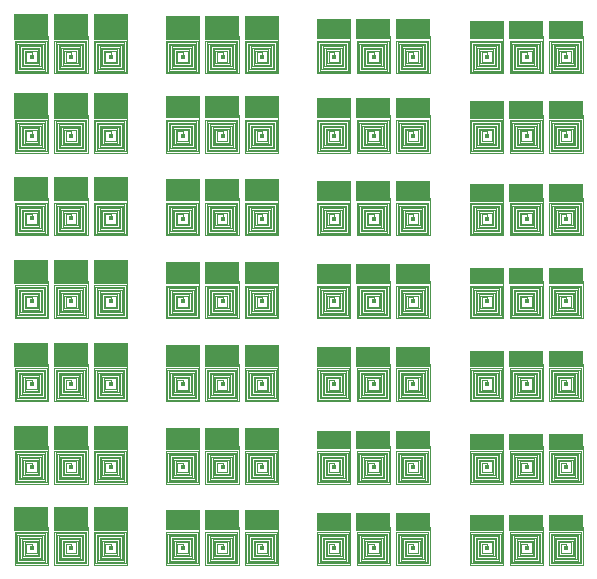
<source format=gbl>
G04 Layer_Physical_Order=2*
G04 Layer_Color=16711680*
%FSLAX25Y25*%
%MOIN*%
G70*
G01*
G75*
%ADD10C,0.00240*%
%ADD11R,0.11400X0.08680*%
%ADD12R,0.11400X0.08540*%
%ADD13R,0.11400X0.08420*%
%ADD14R,0.11400X0.08320*%
%ADD15R,0.11400X0.08180*%
%ADD16R,0.11400X0.08060*%
%ADD17R,0.11400X0.07940*%
%ADD18R,0.11400X0.07120*%
%ADD19R,0.11400X0.07240*%
%ADD20R,0.11400X0.07360*%
%ADD21R,0.11400X0.07500*%
%ADD22R,0.11400X0.07600*%
%ADD23R,0.11400X0.07720*%
%ADD24R,0.11400X0.07840*%
%ADD25R,0.11400X0.06280*%
%ADD26R,0.11400X0.06400*%
%ADD27R,0.11400X0.06520*%
%ADD28R,0.11400X0.06660*%
%ADD29R,0.11400X0.06760*%
%ADD30R,0.11400X0.06880*%
%ADD31R,0.11400X0.07000*%
%ADD32R,0.11400X0.05440*%
%ADD33R,0.11400X0.05560*%
%ADD34R,0.11400X0.05680*%
%ADD35R,0.11400X0.05820*%
%ADD36R,0.11400X0.05920*%
%ADD37R,0.11400X0.06040*%
%ADD38R,0.11400X0.06160*%
%ADD39C,0.01600*%
%ADD40R,0.11400X0.08080*%
D10*
X-58920Y275360D02*
Y276800D01*
X-60840D02*
X-58920D01*
X-60840Y273560D02*
Y276800D01*
Y273560D02*
X-57360D01*
Y277280D01*
X-61320D02*
X-57360D01*
X-61320Y273080D02*
Y277280D01*
Y273080D02*
X-56880D01*
X-56400Y272600D02*
Y278240D01*
X-61800Y272600D02*
X-56400D01*
X-62280Y278240D02*
X-56400D01*
X-56880Y273080D02*
Y277760D01*
X-61800D02*
X-56880D01*
X-61800Y272600D02*
Y277760D01*
X-62280Y272120D02*
Y278240D01*
Y272120D02*
X-55920D01*
Y278720D01*
X-62760D02*
X-55920D01*
X-62760Y271640D02*
Y278720D01*
Y271640D02*
X-55440D01*
Y279200D01*
X-63240D02*
X-55440D01*
X-63240Y271160D02*
Y279200D01*
Y271160D02*
X-54960D01*
Y279680D01*
X-63720D02*
X-54960D01*
X-63720Y270680D02*
Y279680D01*
Y270680D02*
X-54480D01*
Y280160D01*
X-64200D02*
X-54480D01*
X-64200Y270200D02*
Y280160D01*
Y270200D02*
X-54000D01*
Y280640D01*
X-64680D02*
X-54000D01*
X-64680Y269720D02*
Y280640D01*
Y269720D02*
X-53520D01*
Y282200D01*
X-40320Y269720D02*
Y282200D01*
X-51480Y269720D02*
X-40320D01*
X-51480D02*
Y280640D01*
X-40800D01*
Y270200D02*
Y280640D01*
X-51000Y270200D02*
X-40800D01*
X-51000D02*
Y280160D01*
X-41280D01*
Y270680D02*
Y280160D01*
X-50520Y270680D02*
X-41280D01*
X-50520D02*
Y279680D01*
X-41760D01*
Y271160D02*
Y279680D01*
X-50040Y271160D02*
X-41760D01*
X-50040D02*
Y279200D01*
X-42240D01*
Y271640D02*
Y279200D01*
X-49560Y271640D02*
X-42240D01*
X-49560D02*
Y278720D01*
X-42720D01*
Y272120D02*
Y278720D01*
X-49080Y272120D02*
X-42720D01*
X-49080D02*
Y278240D01*
X-48600Y272600D02*
Y277760D01*
X-43680D01*
Y273080D02*
Y277760D01*
X-49080Y278240D02*
X-43200D01*
X-48600Y272600D02*
X-43200D01*
Y278240D01*
X-48120Y273080D02*
X-43680D01*
X-48120D02*
Y277280D01*
X-44160D01*
Y273560D02*
Y277280D01*
X-47640Y273560D02*
X-44160D01*
X-47640D02*
Y276800D01*
X-45720D01*
Y275360D02*
Y276800D01*
X-27120Y269720D02*
Y282200D01*
X-38280Y269720D02*
X-27120D01*
X-38280D02*
Y280640D01*
X-27600D01*
Y270200D02*
Y280640D01*
X-37800Y270200D02*
X-27600D01*
X-37800D02*
Y280160D01*
X-28080D01*
Y270680D02*
Y280160D01*
X-37320Y270680D02*
X-28080D01*
X-37320D02*
Y279680D01*
X-28560D01*
Y271160D02*
Y279680D01*
X-36840Y271160D02*
X-28560D01*
X-36840D02*
Y279200D01*
X-29040D01*
Y271640D02*
Y279200D01*
X-36360Y271640D02*
X-29040D01*
X-36360D02*
Y278720D01*
X-29520D01*
Y272120D02*
Y278720D01*
X-35880Y272120D02*
X-29520D01*
X-35880D02*
Y278240D01*
X-35400Y272600D02*
Y277760D01*
X-30480D01*
Y273080D02*
Y277760D01*
X-35880Y278240D02*
X-30000D01*
X-35400Y272600D02*
X-30000D01*
Y278240D01*
X-34920Y273080D02*
X-30480D01*
X-34920D02*
Y277280D01*
X-30960D01*
Y273560D02*
Y277280D01*
X-34440Y273560D02*
X-30960D01*
X-34440D02*
Y276800D01*
X-32520D01*
Y275360D02*
Y276800D01*
Y248980D02*
Y250420D01*
X-34440D02*
X-32520D01*
X-34440Y247180D02*
Y250420D01*
Y247180D02*
X-30960D01*
Y250900D01*
X-34920D02*
X-30960D01*
X-34920Y246700D02*
Y250900D01*
Y246700D02*
X-30480D01*
X-30000Y246220D02*
Y251860D01*
X-35400Y246220D02*
X-30000D01*
X-35880Y251860D02*
X-30000D01*
X-30480Y246700D02*
Y251380D01*
X-35400D02*
X-30480D01*
X-35400Y246220D02*
Y251380D01*
X-35880Y245740D02*
Y251860D01*
Y245740D02*
X-29520D01*
Y252340D01*
X-36360D02*
X-29520D01*
X-36360Y245260D02*
Y252340D01*
Y245260D02*
X-29040D01*
Y252820D01*
X-36840D02*
X-29040D01*
X-36840Y244780D02*
Y252820D01*
Y244780D02*
X-28560D01*
Y253300D01*
X-37320D02*
X-28560D01*
X-37320Y244300D02*
Y253300D01*
Y244300D02*
X-28080D01*
Y253780D01*
X-37800D02*
X-28080D01*
X-37800Y243820D02*
Y253780D01*
Y243820D02*
X-27600D01*
Y254260D01*
X-38280D02*
X-27600D01*
X-38280Y243340D02*
Y254260D01*
Y243340D02*
X-27120D01*
Y255820D01*
X-45720Y248980D02*
Y250420D01*
X-47640D02*
X-45720D01*
X-47640Y247180D02*
Y250420D01*
Y247180D02*
X-44160D01*
Y250900D01*
X-48120D02*
X-44160D01*
X-48120Y246700D02*
Y250900D01*
Y246700D02*
X-43680D01*
X-43200Y246220D02*
Y251860D01*
X-48600Y246220D02*
X-43200D01*
X-49080Y251860D02*
X-43200D01*
X-43680Y246700D02*
Y251380D01*
X-48600D02*
X-43680D01*
X-48600Y246220D02*
Y251380D01*
X-49080Y245740D02*
Y251860D01*
Y245740D02*
X-42720D01*
Y252340D01*
X-49560D02*
X-42720D01*
X-49560Y245260D02*
Y252340D01*
Y245260D02*
X-42240D01*
Y252820D01*
X-50040D02*
X-42240D01*
X-50040Y244780D02*
Y252820D01*
Y244780D02*
X-41760D01*
Y253300D01*
X-50520D02*
X-41760D01*
X-50520Y244300D02*
Y253300D01*
Y244300D02*
X-41280D01*
Y253780D01*
X-51000D02*
X-41280D01*
X-51000Y243820D02*
Y253780D01*
Y243820D02*
X-40800D01*
Y254260D01*
X-51480D02*
X-40800D01*
X-51480Y243340D02*
Y254260D01*
Y243340D02*
X-40320D01*
Y255820D01*
X-53520Y243340D02*
Y255820D01*
X-64680Y243340D02*
X-53520D01*
X-64680D02*
Y254260D01*
X-54000D01*
Y243820D02*
Y254260D01*
X-64200Y243820D02*
X-54000D01*
X-64200D02*
Y253780D01*
X-54480D01*
Y244300D02*
Y253780D01*
X-63720Y244300D02*
X-54480D01*
X-63720D02*
Y253300D01*
X-54960D01*
Y244780D02*
Y253300D01*
X-63240Y244780D02*
X-54960D01*
X-63240D02*
Y252820D01*
X-55440D01*
Y245260D02*
Y252820D01*
X-62760Y245260D02*
X-55440D01*
X-62760D02*
Y252340D01*
X-55920D01*
Y245740D02*
Y252340D01*
X-62280Y245740D02*
X-55920D01*
X-62280D02*
Y251860D01*
X-61800Y246220D02*
Y251380D01*
X-56880D01*
Y246700D02*
Y251380D01*
X-62280Y251860D02*
X-56400D01*
X-61800Y246220D02*
X-56400D01*
Y251860D01*
X-61320Y246700D02*
X-56880D01*
X-61320D02*
Y250900D01*
X-57360D01*
Y247180D02*
Y250900D01*
X-60840Y247180D02*
X-57360D01*
X-60840D02*
Y250420D01*
X-58920D01*
Y248980D02*
Y250420D01*
X-32520Y221380D02*
Y222820D01*
X-34440D02*
X-32520D01*
X-34440Y219580D02*
Y222820D01*
Y219580D02*
X-30960D01*
Y223300D01*
X-34920D02*
X-30960D01*
X-34920Y219100D02*
Y223300D01*
Y219100D02*
X-30480D01*
X-30000Y218620D02*
Y224260D01*
X-35400Y218620D02*
X-30000D01*
X-35880Y224260D02*
X-30000D01*
X-30480Y219100D02*
Y223780D01*
X-35400D02*
X-30480D01*
X-35400Y218620D02*
Y223780D01*
X-35880Y218140D02*
Y224260D01*
Y218140D02*
X-29520D01*
Y224740D01*
X-36360D02*
X-29520D01*
X-36360Y217660D02*
Y224740D01*
Y217660D02*
X-29040D01*
Y225220D01*
X-36840D02*
X-29040D01*
X-36840Y217180D02*
Y225220D01*
Y217180D02*
X-28560D01*
Y225700D01*
X-37320D02*
X-28560D01*
X-37320Y216700D02*
Y225700D01*
Y216700D02*
X-28080D01*
Y226180D01*
X-37800D02*
X-28080D01*
X-37800Y216220D02*
Y226180D01*
Y216220D02*
X-27600D01*
Y226660D01*
X-38280D02*
X-27600D01*
X-38280Y215740D02*
Y226660D01*
Y215740D02*
X-27120D01*
Y228220D01*
X-45720Y221380D02*
Y222820D01*
X-47640D02*
X-45720D01*
X-47640Y219580D02*
Y222820D01*
Y219580D02*
X-44160D01*
Y223300D01*
X-48120D02*
X-44160D01*
X-48120Y219100D02*
Y223300D01*
Y219100D02*
X-43680D01*
X-43200Y218620D02*
Y224260D01*
X-48600Y218620D02*
X-43200D01*
X-49080Y224260D02*
X-43200D01*
X-43680Y219100D02*
Y223780D01*
X-48600D02*
X-43680D01*
X-48600Y218620D02*
Y223780D01*
X-49080Y218140D02*
Y224260D01*
Y218140D02*
X-42720D01*
Y224740D01*
X-49560D02*
X-42720D01*
X-49560Y217660D02*
Y224740D01*
Y217660D02*
X-42240D01*
Y225220D01*
X-50040D02*
X-42240D01*
X-50040Y217180D02*
Y225220D01*
Y217180D02*
X-41760D01*
Y225700D01*
X-50520D02*
X-41760D01*
X-50520Y216700D02*
Y225700D01*
Y216700D02*
X-41280D01*
Y226180D01*
X-51000D02*
X-41280D01*
X-51000Y216220D02*
Y226180D01*
Y216220D02*
X-40800D01*
Y226660D01*
X-51480D02*
X-40800D01*
X-51480Y215740D02*
Y226660D01*
Y215740D02*
X-40320D01*
Y228220D01*
X-53520Y215740D02*
Y228220D01*
X-64680Y215740D02*
X-53520D01*
X-64680D02*
Y226660D01*
X-54000D01*
Y216220D02*
Y226660D01*
X-64200Y216220D02*
X-54000D01*
X-64200D02*
Y226180D01*
X-54480D01*
Y216700D02*
Y226180D01*
X-63720Y216700D02*
X-54480D01*
X-63720D02*
Y225700D01*
X-54960D01*
Y217180D02*
Y225700D01*
X-63240Y217180D02*
X-54960D01*
X-63240D02*
Y225220D01*
X-55440D01*
Y217660D02*
Y225220D01*
X-62760Y217660D02*
X-55440D01*
X-62760D02*
Y224740D01*
X-55920D01*
Y218140D02*
Y224740D01*
X-62280Y218140D02*
X-55920D01*
X-62280D02*
Y224260D01*
X-61800Y218620D02*
Y223780D01*
X-56880D01*
Y219100D02*
Y223780D01*
X-62280Y224260D02*
X-56400D01*
X-61800Y218620D02*
X-56400D01*
Y224260D01*
X-61320Y219100D02*
X-56880D01*
X-61320D02*
Y223300D01*
X-57360D01*
Y219580D02*
Y223300D01*
X-60840Y219580D02*
X-57360D01*
X-60840D02*
Y222820D01*
X-58920D01*
Y221380D02*
Y222820D01*
X-32520Y193760D02*
Y195200D01*
X-34440D02*
X-32520D01*
X-34440Y191960D02*
Y195200D01*
Y191960D02*
X-30960D01*
Y195680D01*
X-34920D02*
X-30960D01*
X-34920Y191480D02*
Y195680D01*
Y191480D02*
X-30480D01*
X-30000Y191000D02*
Y196640D01*
X-35400Y191000D02*
X-30000D01*
X-35880Y196640D02*
X-30000D01*
X-30480Y191480D02*
Y196160D01*
X-35400D02*
X-30480D01*
X-35400Y191000D02*
Y196160D01*
X-35880Y190520D02*
Y196640D01*
Y190520D02*
X-29520D01*
Y197120D01*
X-36360D02*
X-29520D01*
X-36360Y190040D02*
Y197120D01*
Y190040D02*
X-29040D01*
Y197600D01*
X-36840D02*
X-29040D01*
X-36840Y189560D02*
Y197600D01*
Y189560D02*
X-28560D01*
Y198080D01*
X-37320D02*
X-28560D01*
X-37320Y189080D02*
Y198080D01*
Y189080D02*
X-28080D01*
Y198560D01*
X-37800D02*
X-28080D01*
X-37800Y188600D02*
Y198560D01*
Y188600D02*
X-27600D01*
Y199040D01*
X-38280D02*
X-27600D01*
X-38280Y188120D02*
Y199040D01*
Y188120D02*
X-27120D01*
Y200600D01*
X-45720Y193760D02*
Y195200D01*
X-47640D02*
X-45720D01*
X-47640Y191960D02*
Y195200D01*
Y191960D02*
X-44160D01*
Y195680D01*
X-48120D02*
X-44160D01*
X-48120Y191480D02*
Y195680D01*
Y191480D02*
X-43680D01*
X-43200Y191000D02*
Y196640D01*
X-48600Y191000D02*
X-43200D01*
X-49080Y196640D02*
X-43200D01*
X-43680Y191480D02*
Y196160D01*
X-48600D02*
X-43680D01*
X-48600Y191000D02*
Y196160D01*
X-49080Y190520D02*
Y196640D01*
Y190520D02*
X-42720D01*
Y197120D01*
X-49560D02*
X-42720D01*
X-49560Y190040D02*
Y197120D01*
Y190040D02*
X-42240D01*
Y197600D01*
X-50040D02*
X-42240D01*
X-50040Y189560D02*
Y197600D01*
Y189560D02*
X-41760D01*
Y198080D01*
X-50520D02*
X-41760D01*
X-50520Y189080D02*
Y198080D01*
Y189080D02*
X-41280D01*
Y198560D01*
X-51000D02*
X-41280D01*
X-51000Y188600D02*
Y198560D01*
Y188600D02*
X-40800D01*
Y199040D01*
X-51480D02*
X-40800D01*
X-51480Y188120D02*
Y199040D01*
Y188120D02*
X-40320D01*
Y200600D01*
X-53520Y188120D02*
Y200600D01*
X-64680Y188120D02*
X-53520D01*
X-64680D02*
Y199040D01*
X-54000D01*
Y188600D02*
Y199040D01*
X-64200Y188600D02*
X-54000D01*
X-64200D02*
Y198560D01*
X-54480D01*
Y189080D02*
Y198560D01*
X-63720Y189080D02*
X-54480D01*
X-63720D02*
Y198080D01*
X-54960D01*
Y189560D02*
Y198080D01*
X-63240Y189560D02*
X-54960D01*
X-63240D02*
Y197600D01*
X-55440D01*
Y190040D02*
Y197600D01*
X-62760Y190040D02*
X-55440D01*
X-62760D02*
Y197120D01*
X-55920D01*
Y190520D02*
Y197120D01*
X-62280Y190520D02*
X-55920D01*
X-62280D02*
Y196640D01*
X-61800Y191000D02*
Y196160D01*
X-56880D01*
Y191480D02*
Y196160D01*
X-62280Y196640D02*
X-56400D01*
X-61800Y191000D02*
X-56400D01*
Y196640D01*
X-61320Y191480D02*
X-56880D01*
X-61320D02*
Y195680D01*
X-57360D01*
Y191960D02*
Y195680D01*
X-60840Y191960D02*
X-57360D01*
X-60840D02*
Y195200D01*
X-58920D01*
Y193760D02*
Y195200D01*
X-32520Y166180D02*
Y167620D01*
X-34440D02*
X-32520D01*
X-34440Y164380D02*
Y167620D01*
Y164380D02*
X-30960D01*
Y168100D01*
X-34920D02*
X-30960D01*
X-34920Y163900D02*
Y168100D01*
Y163900D02*
X-30480D01*
X-30000Y163420D02*
Y169060D01*
X-35400Y163420D02*
X-30000D01*
X-35880Y169060D02*
X-30000D01*
X-30480Y163900D02*
Y168580D01*
X-35400D02*
X-30480D01*
X-35400Y163420D02*
Y168580D01*
X-35880Y162940D02*
Y169060D01*
Y162940D02*
X-29520D01*
Y169540D01*
X-36360D02*
X-29520D01*
X-36360Y162460D02*
Y169540D01*
Y162460D02*
X-29040D01*
Y170020D01*
X-36840D02*
X-29040D01*
X-36840Y161980D02*
Y170020D01*
Y161980D02*
X-28560D01*
Y170500D01*
X-37320D02*
X-28560D01*
X-37320Y161500D02*
Y170500D01*
Y161500D02*
X-28080D01*
Y170980D01*
X-37800D02*
X-28080D01*
X-37800Y161020D02*
Y170980D01*
Y161020D02*
X-27600D01*
Y171460D01*
X-38280D02*
X-27600D01*
X-38280Y160540D02*
Y171460D01*
Y160540D02*
X-27120D01*
Y173020D01*
X-45720Y166180D02*
Y167620D01*
X-47640D02*
X-45720D01*
X-47640Y164380D02*
Y167620D01*
Y164380D02*
X-44160D01*
Y168100D01*
X-48120D02*
X-44160D01*
X-48120Y163900D02*
Y168100D01*
Y163900D02*
X-43680D01*
X-43200Y163420D02*
Y169060D01*
X-48600Y163420D02*
X-43200D01*
X-49080Y169060D02*
X-43200D01*
X-43680Y163900D02*
Y168580D01*
X-48600D02*
X-43680D01*
X-48600Y163420D02*
Y168580D01*
X-49080Y162940D02*
Y169060D01*
Y162940D02*
X-42720D01*
Y169540D01*
X-49560D02*
X-42720D01*
X-49560Y162460D02*
Y169540D01*
Y162460D02*
X-42240D01*
Y170020D01*
X-50040D02*
X-42240D01*
X-50040Y161980D02*
Y170020D01*
Y161980D02*
X-41760D01*
Y170500D01*
X-50520D02*
X-41760D01*
X-50520Y161500D02*
Y170500D01*
Y161500D02*
X-41280D01*
Y170980D01*
X-51000D02*
X-41280D01*
X-51000Y161020D02*
Y170980D01*
Y161020D02*
X-40800D01*
Y171460D01*
X-51480D02*
X-40800D01*
X-51480Y160540D02*
Y171460D01*
Y160540D02*
X-40320D01*
Y173020D01*
X-53520Y160540D02*
Y173020D01*
X-64680Y160540D02*
X-53520D01*
X-64680D02*
Y171460D01*
X-54000D01*
Y161020D02*
Y171460D01*
X-64200Y161020D02*
X-54000D01*
X-64200D02*
Y170980D01*
X-54480D01*
Y161500D02*
Y170980D01*
X-63720Y161500D02*
X-54480D01*
X-63720D02*
Y170500D01*
X-54960D01*
Y161980D02*
Y170500D01*
X-63240Y161980D02*
X-54960D01*
X-63240D02*
Y170020D01*
X-55440D01*
Y162460D02*
Y170020D01*
X-62760Y162460D02*
X-55440D01*
X-62760D02*
Y169540D01*
X-55920D01*
Y162940D02*
Y169540D01*
X-62280Y162940D02*
X-55920D01*
X-62280D02*
Y169060D01*
X-61800Y163420D02*
Y168580D01*
X-56880D01*
Y163900D02*
Y168580D01*
X-62280Y169060D02*
X-56400D01*
X-61800Y163420D02*
X-56400D01*
Y169060D01*
X-61320Y163900D02*
X-56880D01*
X-61320D02*
Y168100D01*
X-57360D01*
Y164380D02*
Y168100D01*
X-60840Y164380D02*
X-57360D01*
X-60840D02*
Y167620D01*
X-58920D01*
Y166180D02*
Y167620D01*
Y138580D02*
Y140020D01*
X-60840D02*
X-58920D01*
X-60840Y136780D02*
Y140020D01*
Y136780D02*
X-57360D01*
Y140500D01*
X-61320D02*
X-57360D01*
X-61320Y136300D02*
Y140500D01*
Y136300D02*
X-56880D01*
X-56400Y135820D02*
Y141460D01*
X-61800Y135820D02*
X-56400D01*
X-62280Y141460D02*
X-56400D01*
X-56880Y136300D02*
Y140980D01*
X-61800D02*
X-56880D01*
X-61800Y135820D02*
Y140980D01*
X-62280Y135340D02*
Y141460D01*
Y135340D02*
X-55920D01*
Y141940D01*
X-62760D02*
X-55920D01*
X-62760Y134860D02*
Y141940D01*
Y134860D02*
X-55440D01*
Y142420D01*
X-63240D02*
X-55440D01*
X-63240Y134380D02*
Y142420D01*
Y134380D02*
X-54960D01*
Y142900D01*
X-63720D02*
X-54960D01*
X-63720Y133900D02*
Y142900D01*
Y133900D02*
X-54480D01*
Y143380D01*
X-64200D02*
X-54480D01*
X-64200Y133420D02*
Y143380D01*
Y133420D02*
X-54000D01*
Y143860D01*
X-64680D02*
X-54000D01*
X-64680Y132940D02*
Y143860D01*
Y132940D02*
X-53520D01*
Y145420D01*
X-40320Y132940D02*
Y145420D01*
X-51480Y132940D02*
X-40320D01*
X-51480D02*
Y143860D01*
X-40800D01*
Y133420D02*
Y143860D01*
X-51000Y133420D02*
X-40800D01*
X-51000D02*
Y143380D01*
X-41280D01*
Y133900D02*
Y143380D01*
X-50520Y133900D02*
X-41280D01*
X-50520D02*
Y142900D01*
X-41760D01*
Y134380D02*
Y142900D01*
X-50040Y134380D02*
X-41760D01*
X-50040D02*
Y142420D01*
X-42240D01*
Y134860D02*
Y142420D01*
X-49560Y134860D02*
X-42240D01*
X-49560D02*
Y141940D01*
X-42720D01*
Y135340D02*
Y141940D01*
X-49080Y135340D02*
X-42720D01*
X-49080D02*
Y141460D01*
X-48600Y135820D02*
Y140980D01*
X-43680D01*
Y136300D02*
Y140980D01*
X-49080Y141460D02*
X-43200D01*
X-48600Y135820D02*
X-43200D01*
Y141460D01*
X-48120Y136300D02*
X-43680D01*
X-48120D02*
Y140500D01*
X-44160D01*
Y136780D02*
Y140500D01*
X-47640Y136780D02*
X-44160D01*
X-47640D02*
Y140020D01*
X-45720D01*
Y138580D02*
Y140020D01*
X-27120Y132940D02*
Y145420D01*
X-38280Y132940D02*
X-27120D01*
X-38280D02*
Y143860D01*
X-27600D01*
Y133420D02*
Y143860D01*
X-37800Y133420D02*
X-27600D01*
X-37800D02*
Y143380D01*
X-28080D01*
Y133900D02*
Y143380D01*
X-37320Y133900D02*
X-28080D01*
X-37320D02*
Y142900D01*
X-28560D01*
Y134380D02*
Y142900D01*
X-36840Y134380D02*
X-28560D01*
X-36840D02*
Y142420D01*
X-29040D01*
Y134860D02*
Y142420D01*
X-36360Y134860D02*
X-29040D01*
X-36360D02*
Y141940D01*
X-29520D01*
Y135340D02*
Y141940D01*
X-35880Y135340D02*
X-29520D01*
X-35880D02*
Y141460D01*
X-35400Y135820D02*
Y140980D01*
X-30480D01*
Y136300D02*
Y140980D01*
X-35880Y141460D02*
X-30000D01*
X-35400Y135820D02*
X-30000D01*
Y141460D01*
X-34920Y136300D02*
X-30480D01*
X-34920D02*
Y140500D01*
X-30960D01*
Y136780D02*
Y140500D01*
X-34440Y136780D02*
X-30960D01*
X-34440D02*
Y140020D01*
X-32520D01*
Y138580D02*
Y140020D01*
X-58920Y111580D02*
Y113020D01*
X-60840D02*
X-58920D01*
X-60840Y109780D02*
Y113020D01*
Y109780D02*
X-57360D01*
Y113500D01*
X-61320D02*
X-57360D01*
X-61320Y109300D02*
Y113500D01*
Y109300D02*
X-56880D01*
X-56400Y108820D02*
Y114460D01*
X-61800Y108820D02*
X-56400D01*
X-62280Y114460D02*
X-56400D01*
X-56880Y109300D02*
Y113980D01*
X-61800D02*
X-56880D01*
X-61800Y108820D02*
Y113980D01*
X-62280Y108340D02*
Y114460D01*
Y108340D02*
X-55920D01*
Y114940D01*
X-62760D02*
X-55920D01*
X-62760Y107860D02*
Y114940D01*
Y107860D02*
X-55440D01*
Y115420D01*
X-63240D02*
X-55440D01*
X-63240Y107380D02*
Y115420D01*
Y107380D02*
X-54960D01*
Y115900D01*
X-63720D02*
X-54960D01*
X-63720Y106900D02*
Y115900D01*
Y106900D02*
X-54480D01*
Y116380D01*
X-64200D02*
X-54480D01*
X-64200Y106420D02*
Y116380D01*
Y106420D02*
X-54000D01*
Y116860D01*
X-64680D02*
X-54000D01*
X-64680Y105940D02*
Y116860D01*
Y105940D02*
X-53520D01*
Y118420D01*
X-40320Y105940D02*
Y118420D01*
X-51480Y105940D02*
X-40320D01*
X-51480D02*
Y116860D01*
X-40800D01*
Y106420D02*
Y116860D01*
X-51000Y106420D02*
X-40800D01*
X-51000D02*
Y116380D01*
X-41280D01*
Y106900D02*
Y116380D01*
X-50520Y106900D02*
X-41280D01*
X-50520D02*
Y115900D01*
X-41760D01*
Y107380D02*
Y115900D01*
X-50040Y107380D02*
X-41760D01*
X-50040D02*
Y115420D01*
X-42240D01*
Y107860D02*
Y115420D01*
X-49560Y107860D02*
X-42240D01*
X-49560D02*
Y114940D01*
X-42720D01*
Y108340D02*
Y114940D01*
X-49080Y108340D02*
X-42720D01*
X-49080D02*
Y114460D01*
X-48600Y108820D02*
Y113980D01*
X-43680D01*
Y109300D02*
Y113980D01*
X-49080Y114460D02*
X-43200D01*
X-48600Y108820D02*
X-43200D01*
Y114460D01*
X-48120Y109300D02*
X-43680D01*
X-48120D02*
Y113500D01*
X-44160D01*
Y109780D02*
Y113500D01*
X-47640Y109780D02*
X-44160D01*
X-47640D02*
Y113020D01*
X-45720D01*
Y111580D02*
Y113020D01*
X-27120Y105940D02*
Y118420D01*
X-38280Y105940D02*
X-27120D01*
X-38280D02*
Y116860D01*
X-27600D01*
Y106420D02*
Y116860D01*
X-37800Y106420D02*
X-27600D01*
X-37800D02*
Y116380D01*
X-28080D01*
Y106900D02*
Y116380D01*
X-37320Y106900D02*
X-28080D01*
X-37320D02*
Y115900D01*
X-28560D01*
Y107380D02*
Y115900D01*
X-36840Y107380D02*
X-28560D01*
X-36840D02*
Y115420D01*
X-29040D01*
Y107860D02*
Y115420D01*
X-36360Y107860D02*
X-29040D01*
X-36360D02*
Y114940D01*
X-29520D01*
Y108340D02*
Y114940D01*
X-35880Y108340D02*
X-29520D01*
X-35880D02*
Y114460D01*
X-35400Y108820D02*
Y113980D01*
X-30480D01*
Y109300D02*
Y113980D01*
X-35880Y114460D02*
X-30000D01*
X-35400Y108820D02*
X-30000D01*
Y114460D01*
X-34920Y109300D02*
X-30480D01*
X-34920D02*
Y113500D01*
X-30960D01*
Y109780D02*
Y113500D01*
X-34440Y109780D02*
X-30960D01*
X-34440D02*
Y113020D01*
X-32520D01*
Y111580D02*
Y113020D01*
X17880Y111560D02*
Y113000D01*
X15960D02*
X17880D01*
X15960Y109760D02*
Y113000D01*
Y109760D02*
X19440D01*
Y113480D01*
X15480D02*
X19440D01*
X15480Y109280D02*
Y113480D01*
Y109280D02*
X19920D01*
X20400Y108800D02*
Y114440D01*
X15000Y108800D02*
X20400D01*
X14520Y114440D02*
X20400D01*
X19920Y109280D02*
Y113960D01*
X15000D02*
X19920D01*
X15000Y108800D02*
Y113960D01*
X14520Y108320D02*
Y114440D01*
Y108320D02*
X20880D01*
Y114920D01*
X14040D02*
X20880D01*
X14040Y107840D02*
Y114920D01*
Y107840D02*
X21360D01*
Y115400D01*
X13560D02*
X21360D01*
X13560Y107360D02*
Y115400D01*
Y107360D02*
X21840D01*
Y115880D01*
X13080D02*
X21840D01*
X13080Y106880D02*
Y115880D01*
Y106880D02*
X22320D01*
Y116360D01*
X12600D02*
X22320D01*
X12600Y106400D02*
Y116360D01*
Y106400D02*
X22800D01*
Y116840D01*
X12120D02*
X22800D01*
X12120Y105920D02*
Y116840D01*
Y105920D02*
X23280D01*
Y118400D01*
X4680Y111560D02*
Y113000D01*
X2760D02*
X4680D01*
X2760Y109760D02*
Y113000D01*
Y109760D02*
X6240D01*
Y113480D01*
X2280D02*
X6240D01*
X2280Y109280D02*
Y113480D01*
Y109280D02*
X6720D01*
X7200Y108800D02*
Y114440D01*
X1800Y108800D02*
X7200D01*
X1320Y114440D02*
X7200D01*
X6720Y109280D02*
Y113960D01*
X1800D02*
X6720D01*
X1800Y108800D02*
Y113960D01*
X1320Y108320D02*
Y114440D01*
Y108320D02*
X7680D01*
Y114920D01*
X840D02*
X7680D01*
X840Y107840D02*
Y114920D01*
Y107840D02*
X8160D01*
Y115400D01*
X360D02*
X8160D01*
X360Y107360D02*
Y115400D01*
Y107360D02*
X8640D01*
Y115880D01*
X-120D02*
X8640D01*
X-120Y106880D02*
Y115880D01*
Y106880D02*
X9120D01*
Y116360D01*
X-600D02*
X9120D01*
X-600Y106400D02*
Y116360D01*
Y106400D02*
X9600D01*
Y116840D01*
X-1080D02*
X9600D01*
X-1080Y105920D02*
Y116840D01*
Y105920D02*
X10080D01*
Y118400D01*
X-3120Y105920D02*
Y118400D01*
X-14280Y105920D02*
X-3120D01*
X-14280D02*
Y116840D01*
X-3600D01*
Y106400D02*
Y116840D01*
X-13800Y106400D02*
X-3600D01*
X-13800D02*
Y116360D01*
X-4080D01*
Y106880D02*
Y116360D01*
X-13320Y106880D02*
X-4080D01*
X-13320D02*
Y115880D01*
X-4560D01*
Y107360D02*
Y115880D01*
X-12840Y107360D02*
X-4560D01*
X-12840D02*
Y115400D01*
X-5040D01*
Y107840D02*
Y115400D01*
X-12360Y107840D02*
X-5040D01*
X-12360D02*
Y114920D01*
X-5520D01*
Y108320D02*
Y114920D01*
X-11880Y108320D02*
X-5520D01*
X-11880D02*
Y114440D01*
X-11400Y108800D02*
Y113960D01*
X-6480D01*
Y109280D02*
Y113960D01*
X-11880Y114440D02*
X-6000D01*
X-11400Y108800D02*
X-6000D01*
Y114440D01*
X-10920Y109280D02*
X-6480D01*
X-10920D02*
Y113480D01*
X-6960D01*
Y109760D02*
Y113480D01*
X-10440Y109760D02*
X-6960D01*
X-10440D02*
Y113000D01*
X-8520D01*
Y111560D02*
Y113000D01*
X17880Y138560D02*
Y140000D01*
X15960D02*
X17880D01*
X15960Y136760D02*
Y140000D01*
Y136760D02*
X19440D01*
Y140480D01*
X15480D02*
X19440D01*
X15480Y136280D02*
Y140480D01*
Y136280D02*
X19920D01*
X20400Y135800D02*
Y141440D01*
X15000Y135800D02*
X20400D01*
X14520Y141440D02*
X20400D01*
X19920Y136280D02*
Y140960D01*
X15000D02*
X19920D01*
X15000Y135800D02*
Y140960D01*
X14520Y135320D02*
Y141440D01*
Y135320D02*
X20880D01*
Y141920D01*
X14040D02*
X20880D01*
X14040Y134840D02*
Y141920D01*
Y134840D02*
X21360D01*
Y142400D01*
X13560D02*
X21360D01*
X13560Y134360D02*
Y142400D01*
Y134360D02*
X21840D01*
Y142880D01*
X13080D02*
X21840D01*
X13080Y133880D02*
Y142880D01*
Y133880D02*
X22320D01*
Y143360D01*
X12600D02*
X22320D01*
X12600Y133400D02*
Y143360D01*
Y133400D02*
X22800D01*
Y143840D01*
X12120D02*
X22800D01*
X12120Y132920D02*
Y143840D01*
Y132920D02*
X23280D01*
Y145400D01*
X4680Y138560D02*
Y140000D01*
X2760D02*
X4680D01*
X2760Y136760D02*
Y140000D01*
Y136760D02*
X6240D01*
Y140480D01*
X2280D02*
X6240D01*
X2280Y136280D02*
Y140480D01*
Y136280D02*
X6720D01*
X7200Y135800D02*
Y141440D01*
X1800Y135800D02*
X7200D01*
X1320Y141440D02*
X7200D01*
X6720Y136280D02*
Y140960D01*
X1800D02*
X6720D01*
X1800Y135800D02*
Y140960D01*
X1320Y135320D02*
Y141440D01*
Y135320D02*
X7680D01*
Y141920D01*
X840D02*
X7680D01*
X840Y134840D02*
Y141920D01*
Y134840D02*
X8160D01*
Y142400D01*
X360D02*
X8160D01*
X360Y134360D02*
Y142400D01*
Y134360D02*
X8640D01*
Y142880D01*
X-120D02*
X8640D01*
X-120Y133880D02*
Y142880D01*
Y133880D02*
X9120D01*
Y143360D01*
X-600D02*
X9120D01*
X-600Y133400D02*
Y143360D01*
Y133400D02*
X9600D01*
Y143840D01*
X-1080D02*
X9600D01*
X-1080Y132920D02*
Y143840D01*
Y132920D02*
X10080D01*
Y145400D01*
X-3120Y132920D02*
Y145400D01*
X-14280Y132920D02*
X-3120D01*
X-14280D02*
Y143840D01*
X-3600D01*
Y133400D02*
Y143840D01*
X-13800Y133400D02*
X-3600D01*
X-13800D02*
Y143360D01*
X-4080D01*
Y133880D02*
Y143360D01*
X-13320Y133880D02*
X-4080D01*
X-13320D02*
Y142880D01*
X-4560D01*
Y134360D02*
Y142880D01*
X-12840Y134360D02*
X-4560D01*
X-12840D02*
Y142400D01*
X-5040D01*
Y134840D02*
Y142400D01*
X-12360Y134840D02*
X-5040D01*
X-12360D02*
Y141920D01*
X-5520D01*
Y135320D02*
Y141920D01*
X-11880Y135320D02*
X-5520D01*
X-11880D02*
Y141440D01*
X-11400Y135800D02*
Y140960D01*
X-6480D01*
Y136280D02*
Y140960D01*
X-11880Y141440D02*
X-6000D01*
X-11400Y135800D02*
X-6000D01*
Y141440D01*
X-10920Y136280D02*
X-6480D01*
X-10920D02*
Y140480D01*
X-6960D01*
Y136760D02*
Y140480D01*
X-10440Y136760D02*
X-6960D01*
X-10440D02*
Y140000D01*
X-8520D01*
Y138560D02*
Y140000D01*
Y166160D02*
Y167600D01*
X-10440D02*
X-8520D01*
X-10440Y164360D02*
Y167600D01*
Y164360D02*
X-6960D01*
Y168080D01*
X-10920D02*
X-6960D01*
X-10920Y163880D02*
Y168080D01*
Y163880D02*
X-6480D01*
X-6000Y163400D02*
Y169040D01*
X-11400Y163400D02*
X-6000D01*
X-11880Y169040D02*
X-6000D01*
X-6480Y163880D02*
Y168560D01*
X-11400D02*
X-6480D01*
X-11400Y163400D02*
Y168560D01*
X-11880Y162920D02*
Y169040D01*
Y162920D02*
X-5520D01*
Y169520D01*
X-12360D02*
X-5520D01*
X-12360Y162440D02*
Y169520D01*
Y162440D02*
X-5040D01*
Y170000D01*
X-12840D02*
X-5040D01*
X-12840Y161960D02*
Y170000D01*
Y161960D02*
X-4560D01*
Y170480D01*
X-13320D02*
X-4560D01*
X-13320Y161480D02*
Y170480D01*
Y161480D02*
X-4080D01*
Y170960D01*
X-13800D02*
X-4080D01*
X-13800Y161000D02*
Y170960D01*
Y161000D02*
X-3600D01*
Y171440D01*
X-14280D02*
X-3600D01*
X-14280Y160520D02*
Y171440D01*
Y160520D02*
X-3120D01*
Y173000D01*
X10080Y160520D02*
Y173000D01*
X-1080Y160520D02*
X10080D01*
X-1080D02*
Y171440D01*
X9600D01*
Y161000D02*
Y171440D01*
X-600Y161000D02*
X9600D01*
X-600D02*
Y170960D01*
X9120D01*
Y161480D02*
Y170960D01*
X-120Y161480D02*
X9120D01*
X-120D02*
Y170480D01*
X8640D01*
Y161960D02*
Y170480D01*
X360Y161960D02*
X8640D01*
X360D02*
Y170000D01*
X8160D01*
Y162440D02*
Y170000D01*
X840Y162440D02*
X8160D01*
X840D02*
Y169520D01*
X7680D01*
Y162920D02*
Y169520D01*
X1320Y162920D02*
X7680D01*
X1320D02*
Y169040D01*
X1800Y163400D02*
Y168560D01*
X6720D01*
Y163880D02*
Y168560D01*
X1320Y169040D02*
X7200D01*
X1800Y163400D02*
X7200D01*
Y169040D01*
X2280Y163880D02*
X6720D01*
X2280D02*
Y168080D01*
X6240D01*
Y164360D02*
Y168080D01*
X2760Y164360D02*
X6240D01*
X2760D02*
Y167600D01*
X4680D01*
Y166160D02*
Y167600D01*
X23280Y160520D02*
Y173000D01*
X12120Y160520D02*
X23280D01*
X12120D02*
Y171440D01*
X22800D01*
Y161000D02*
Y171440D01*
X12600Y161000D02*
X22800D01*
X12600D02*
Y170960D01*
X22320D01*
Y161480D02*
Y170960D01*
X13080Y161480D02*
X22320D01*
X13080D02*
Y170480D01*
X21840D01*
Y161960D02*
Y170480D01*
X13560Y161960D02*
X21840D01*
X13560D02*
Y170000D01*
X21360D01*
Y162440D02*
Y170000D01*
X14040Y162440D02*
X21360D01*
X14040D02*
Y169520D01*
X20880D01*
Y162920D02*
Y169520D01*
X14520Y162920D02*
X20880D01*
X14520D02*
Y169040D01*
X15000Y163400D02*
Y168560D01*
X19920D01*
Y163880D02*
Y168560D01*
X14520Y169040D02*
X20400D01*
X15000Y163400D02*
X20400D01*
Y169040D01*
X15480Y163880D02*
X19920D01*
X15480D02*
Y168080D01*
X19440D01*
Y164360D02*
Y168080D01*
X15960Y164360D02*
X19440D01*
X15960D02*
Y167600D01*
X17880D01*
Y166160D02*
Y167600D01*
X-8520Y193740D02*
Y195180D01*
X-10440D02*
X-8520D01*
X-10440Y191940D02*
Y195180D01*
Y191940D02*
X-6960D01*
Y195660D01*
X-10920D02*
X-6960D01*
X-10920Y191460D02*
Y195660D01*
Y191460D02*
X-6480D01*
X-6000Y190980D02*
Y196620D01*
X-11400Y190980D02*
X-6000D01*
X-11880Y196620D02*
X-6000D01*
X-6480Y191460D02*
Y196140D01*
X-11400D02*
X-6480D01*
X-11400Y190980D02*
Y196140D01*
X-11880Y190500D02*
Y196620D01*
Y190500D02*
X-5520D01*
Y197100D01*
X-12360D02*
X-5520D01*
X-12360Y190020D02*
Y197100D01*
Y190020D02*
X-5040D01*
Y197580D01*
X-12840D02*
X-5040D01*
X-12840Y189540D02*
Y197580D01*
Y189540D02*
X-4560D01*
Y198060D01*
X-13320D02*
X-4560D01*
X-13320Y189060D02*
Y198060D01*
Y189060D02*
X-4080D01*
Y198540D01*
X-13800D02*
X-4080D01*
X-13800Y188580D02*
Y198540D01*
Y188580D02*
X-3600D01*
Y199020D01*
X-14280D02*
X-3600D01*
X-14280Y188100D02*
Y199020D01*
Y188100D02*
X-3120D01*
Y200580D01*
X10080Y188100D02*
Y200580D01*
X-1080Y188100D02*
X10080D01*
X-1080D02*
Y199020D01*
X9600D01*
Y188580D02*
Y199020D01*
X-600Y188580D02*
X9600D01*
X-600D02*
Y198540D01*
X9120D01*
Y189060D02*
Y198540D01*
X-120Y189060D02*
X9120D01*
X-120D02*
Y198060D01*
X8640D01*
Y189540D02*
Y198060D01*
X360Y189540D02*
X8640D01*
X360D02*
Y197580D01*
X8160D01*
Y190020D02*
Y197580D01*
X840Y190020D02*
X8160D01*
X840D02*
Y197100D01*
X7680D01*
Y190500D02*
Y197100D01*
X1320Y190500D02*
X7680D01*
X1320D02*
Y196620D01*
X1800Y190980D02*
Y196140D01*
X6720D01*
Y191460D02*
Y196140D01*
X1320Y196620D02*
X7200D01*
X1800Y190980D02*
X7200D01*
Y196620D01*
X2280Y191460D02*
X6720D01*
X2280D02*
Y195660D01*
X6240D01*
Y191940D02*
Y195660D01*
X2760Y191940D02*
X6240D01*
X2760D02*
Y195180D01*
X4680D01*
Y193740D02*
Y195180D01*
X23280Y188100D02*
Y200580D01*
X12120Y188100D02*
X23280D01*
X12120D02*
Y199020D01*
X22800D01*
Y188580D02*
Y199020D01*
X12600Y188580D02*
X22800D01*
X12600D02*
Y198540D01*
X22320D01*
Y189060D02*
Y198540D01*
X13080Y189060D02*
X22320D01*
X13080D02*
Y198060D01*
X21840D01*
Y189540D02*
Y198060D01*
X13560Y189540D02*
X21840D01*
X13560D02*
Y197580D01*
X21360D01*
Y190020D02*
Y197580D01*
X14040Y190020D02*
X21360D01*
X14040D02*
Y197100D01*
X20880D01*
Y190500D02*
Y197100D01*
X14520Y190500D02*
X20880D01*
X14520D02*
Y196620D01*
X15000Y190980D02*
Y196140D01*
X19920D01*
Y191460D02*
Y196140D01*
X14520Y196620D02*
X20400D01*
X15000Y190980D02*
X20400D01*
Y196620D01*
X15480Y191460D02*
X19920D01*
X15480D02*
Y195660D01*
X19440D01*
Y191940D02*
Y195660D01*
X15960Y191940D02*
X19440D01*
X15960D02*
Y195180D01*
X17880D01*
Y193740D02*
Y195180D01*
X-8520Y221360D02*
Y222800D01*
X-10440D02*
X-8520D01*
X-10440Y219560D02*
Y222800D01*
Y219560D02*
X-6960D01*
Y223280D01*
X-10920D02*
X-6960D01*
X-10920Y219080D02*
Y223280D01*
Y219080D02*
X-6480D01*
X-6000Y218600D02*
Y224240D01*
X-11400Y218600D02*
X-6000D01*
X-11880Y224240D02*
X-6000D01*
X-6480Y219080D02*
Y223760D01*
X-11400D02*
X-6480D01*
X-11400Y218600D02*
Y223760D01*
X-11880Y218120D02*
Y224240D01*
Y218120D02*
X-5520D01*
Y224720D01*
X-12360D02*
X-5520D01*
X-12360Y217640D02*
Y224720D01*
Y217640D02*
X-5040D01*
Y225200D01*
X-12840D02*
X-5040D01*
X-12840Y217160D02*
Y225200D01*
Y217160D02*
X-4560D01*
Y225680D01*
X-13320D02*
X-4560D01*
X-13320Y216680D02*
Y225680D01*
Y216680D02*
X-4080D01*
Y226160D01*
X-13800D02*
X-4080D01*
X-13800Y216200D02*
Y226160D01*
Y216200D02*
X-3600D01*
Y226640D01*
X-14280D02*
X-3600D01*
X-14280Y215720D02*
Y226640D01*
Y215720D02*
X-3120D01*
Y228200D01*
X10080Y215720D02*
Y228200D01*
X-1080Y215720D02*
X10080D01*
X-1080D02*
Y226640D01*
X9600D01*
Y216200D02*
Y226640D01*
X-600Y216200D02*
X9600D01*
X-600D02*
Y226160D01*
X9120D01*
Y216680D02*
Y226160D01*
X-120Y216680D02*
X9120D01*
X-120D02*
Y225680D01*
X8640D01*
Y217160D02*
Y225680D01*
X360Y217160D02*
X8640D01*
X360D02*
Y225200D01*
X8160D01*
Y217640D02*
Y225200D01*
X840Y217640D02*
X8160D01*
X840D02*
Y224720D01*
X7680D01*
Y218120D02*
Y224720D01*
X1320Y218120D02*
X7680D01*
X1320D02*
Y224240D01*
X1800Y218600D02*
Y223760D01*
X6720D01*
Y219080D02*
Y223760D01*
X1320Y224240D02*
X7200D01*
X1800Y218600D02*
X7200D01*
Y224240D01*
X2280Y219080D02*
X6720D01*
X2280D02*
Y223280D01*
X6240D01*
Y219560D02*
Y223280D01*
X2760Y219560D02*
X6240D01*
X2760D02*
Y222800D01*
X4680D01*
Y221360D02*
Y222800D01*
X23280Y215720D02*
Y228200D01*
X12120Y215720D02*
X23280D01*
X12120D02*
Y226640D01*
X22800D01*
Y216200D02*
Y226640D01*
X12600Y216200D02*
X22800D01*
X12600D02*
Y226160D01*
X22320D01*
Y216680D02*
Y226160D01*
X13080Y216680D02*
X22320D01*
X13080D02*
Y225680D01*
X21840D01*
Y217160D02*
Y225680D01*
X13560Y217160D02*
X21840D01*
X13560D02*
Y225200D01*
X21360D01*
Y217640D02*
Y225200D01*
X14040Y217640D02*
X21360D01*
X14040D02*
Y224720D01*
X20880D01*
Y218120D02*
Y224720D01*
X14520Y218120D02*
X20880D01*
X14520D02*
Y224240D01*
X15000Y218600D02*
Y223760D01*
X19920D01*
Y219080D02*
Y223760D01*
X14520Y224240D02*
X20400D01*
X15000Y218600D02*
X20400D01*
Y224240D01*
X15480Y219080D02*
X19920D01*
X15480D02*
Y223280D01*
X19440D01*
Y219560D02*
Y223280D01*
X15960Y219560D02*
X19440D01*
X15960D02*
Y222800D01*
X17880D01*
Y221360D02*
Y222800D01*
X-8520Y248960D02*
Y250400D01*
X-10440D02*
X-8520D01*
X-10440Y247160D02*
Y250400D01*
Y247160D02*
X-6960D01*
Y250880D01*
X-10920D02*
X-6960D01*
X-10920Y246680D02*
Y250880D01*
Y246680D02*
X-6480D01*
X-6000Y246200D02*
Y251840D01*
X-11400Y246200D02*
X-6000D01*
X-11880Y251840D02*
X-6000D01*
X-6480Y246680D02*
Y251360D01*
X-11400D02*
X-6480D01*
X-11400Y246200D02*
Y251360D01*
X-11880Y245720D02*
Y251840D01*
Y245720D02*
X-5520D01*
Y252320D01*
X-12360D02*
X-5520D01*
X-12360Y245240D02*
Y252320D01*
Y245240D02*
X-5040D01*
Y252800D01*
X-12840D02*
X-5040D01*
X-12840Y244760D02*
Y252800D01*
Y244760D02*
X-4560D01*
Y253280D01*
X-13320D02*
X-4560D01*
X-13320Y244280D02*
Y253280D01*
Y244280D02*
X-4080D01*
Y253760D01*
X-13800D02*
X-4080D01*
X-13800Y243800D02*
Y253760D01*
Y243800D02*
X-3600D01*
Y254240D01*
X-14280D02*
X-3600D01*
X-14280Y243320D02*
Y254240D01*
Y243320D02*
X-3120D01*
Y255800D01*
X10080Y243320D02*
Y255800D01*
X-1080Y243320D02*
X10080D01*
X-1080D02*
Y254240D01*
X9600D01*
Y243800D02*
Y254240D01*
X-600Y243800D02*
X9600D01*
X-600D02*
Y253760D01*
X9120D01*
Y244280D02*
Y253760D01*
X-120Y244280D02*
X9120D01*
X-120D02*
Y253280D01*
X8640D01*
Y244760D02*
Y253280D01*
X360Y244760D02*
X8640D01*
X360D02*
Y252800D01*
X8160D01*
Y245240D02*
Y252800D01*
X840Y245240D02*
X8160D01*
X840D02*
Y252320D01*
X7680D01*
Y245720D02*
Y252320D01*
X1320Y245720D02*
X7680D01*
X1320D02*
Y251840D01*
X1800Y246200D02*
Y251360D01*
X6720D01*
Y246680D02*
Y251360D01*
X1320Y251840D02*
X7200D01*
X1800Y246200D02*
X7200D01*
Y251840D01*
X2280Y246680D02*
X6720D01*
X2280D02*
Y250880D01*
X6240D01*
Y247160D02*
Y250880D01*
X2760Y247160D02*
X6240D01*
X2760D02*
Y250400D01*
X4680D01*
Y248960D02*
Y250400D01*
X23280Y243320D02*
Y255800D01*
X12120Y243320D02*
X23280D01*
X12120D02*
Y254240D01*
X22800D01*
Y243800D02*
Y254240D01*
X12600Y243800D02*
X22800D01*
X12600D02*
Y253760D01*
X22320D01*
Y244280D02*
Y253760D01*
X13080Y244280D02*
X22320D01*
X13080D02*
Y253280D01*
X21840D01*
Y244760D02*
Y253280D01*
X13560Y244760D02*
X21840D01*
X13560D02*
Y252800D01*
X21360D01*
Y245240D02*
Y252800D01*
X14040Y245240D02*
X21360D01*
X14040D02*
Y252320D01*
X20880D01*
Y245720D02*
Y252320D01*
X14520Y245720D02*
X20880D01*
X14520D02*
Y251840D01*
X15000Y246200D02*
Y251360D01*
X19920D01*
Y246680D02*
Y251360D01*
X14520Y251840D02*
X20400D01*
X15000Y246200D02*
X20400D01*
Y251840D01*
X15480Y246680D02*
X19920D01*
X15480D02*
Y250880D01*
X19440D01*
Y247160D02*
Y250880D01*
X15960Y247160D02*
X19440D01*
X15960D02*
Y250400D01*
X17880D01*
Y248960D02*
Y250400D01*
Y275360D02*
Y276800D01*
X15960D02*
X17880D01*
X15960Y273560D02*
Y276800D01*
Y273560D02*
X19440D01*
Y277280D01*
X15480D02*
X19440D01*
X15480Y273080D02*
Y277280D01*
Y273080D02*
X19920D01*
X20400Y272600D02*
Y278240D01*
X15000Y272600D02*
X20400D01*
X14520Y278240D02*
X20400D01*
X19920Y273080D02*
Y277760D01*
X15000D02*
X19920D01*
X15000Y272600D02*
Y277760D01*
X14520Y272120D02*
Y278240D01*
Y272120D02*
X20880D01*
Y278720D01*
X14040D02*
X20880D01*
X14040Y271640D02*
Y278720D01*
Y271640D02*
X21360D01*
Y279200D01*
X13560D02*
X21360D01*
X13560Y271160D02*
Y279200D01*
Y271160D02*
X21840D01*
Y279680D01*
X13080D02*
X21840D01*
X13080Y270680D02*
Y279680D01*
Y270680D02*
X22320D01*
Y280160D01*
X12600D02*
X22320D01*
X12600Y270200D02*
Y280160D01*
Y270200D02*
X22800D01*
Y280640D01*
X12120D02*
X22800D01*
X12120Y269720D02*
Y280640D01*
Y269720D02*
X23280D01*
Y282200D01*
X4680Y275360D02*
Y276800D01*
X2760D02*
X4680D01*
X2760Y273560D02*
Y276800D01*
Y273560D02*
X6240D01*
Y277280D01*
X2280D02*
X6240D01*
X2280Y273080D02*
Y277280D01*
Y273080D02*
X6720D01*
X7200Y272600D02*
Y278240D01*
X1800Y272600D02*
X7200D01*
X1320Y278240D02*
X7200D01*
X6720Y273080D02*
Y277760D01*
X1800D02*
X6720D01*
X1800Y272600D02*
Y277760D01*
X1320Y272120D02*
Y278240D01*
Y272120D02*
X7680D01*
Y278720D01*
X840D02*
X7680D01*
X840Y271640D02*
Y278720D01*
Y271640D02*
X8160D01*
Y279200D01*
X360D02*
X8160D01*
X360Y271160D02*
Y279200D01*
Y271160D02*
X8640D01*
Y279680D01*
X-120D02*
X8640D01*
X-120Y270680D02*
Y279680D01*
Y270680D02*
X9120D01*
Y280160D01*
X-600D02*
X9120D01*
X-600Y270200D02*
Y280160D01*
Y270200D02*
X9600D01*
Y280640D01*
X-1080D02*
X9600D01*
X-1080Y269720D02*
Y280640D01*
Y269720D02*
X10080D01*
Y282200D01*
X-3120Y269720D02*
Y282200D01*
X-14280Y269720D02*
X-3120D01*
X-14280D02*
Y280640D01*
X-3600D01*
Y270200D02*
Y280640D01*
X-13800Y270200D02*
X-3600D01*
X-13800D02*
Y280160D01*
X-4080D01*
Y270680D02*
Y280160D01*
X-13320Y270680D02*
X-4080D01*
X-13320D02*
Y279680D01*
X-4560D01*
Y271160D02*
Y279680D01*
X-12840Y271160D02*
X-4560D01*
X-12840D02*
Y279200D01*
X-5040D01*
Y271640D02*
Y279200D01*
X-12360Y271640D02*
X-5040D01*
X-12360D02*
Y278720D01*
X-5520D01*
Y272120D02*
Y278720D01*
X-11880Y272120D02*
X-5520D01*
X-11880D02*
Y278240D01*
X-11400Y272600D02*
Y277760D01*
X-6480D01*
Y273080D02*
Y277760D01*
X-11880Y278240D02*
X-6000D01*
X-11400Y272600D02*
X-6000D01*
Y278240D01*
X-10920Y273080D02*
X-6480D01*
X-10920D02*
Y277280D01*
X-6960D01*
Y273560D02*
Y277280D01*
X-10440Y273560D02*
X-6960D01*
X-10440D02*
Y276800D01*
X-8520D01*
Y275360D02*
Y276800D01*
X68280Y111560D02*
Y113000D01*
X66360D02*
X68280D01*
X66360Y109760D02*
Y113000D01*
Y109760D02*
X69840D01*
Y113480D01*
X65880D02*
X69840D01*
X65880Y109280D02*
Y113480D01*
Y109280D02*
X70320D01*
X70800Y108800D02*
Y114440D01*
X65400Y108800D02*
X70800D01*
X64920Y114440D02*
X70800D01*
X70320Y109280D02*
Y113960D01*
X65400D02*
X70320D01*
X65400Y108800D02*
Y113960D01*
X64920Y108320D02*
Y114440D01*
Y108320D02*
X71280D01*
Y114920D01*
X64440D02*
X71280D01*
X64440Y107840D02*
Y114920D01*
Y107840D02*
X71760D01*
Y115400D01*
X63960D02*
X71760D01*
X63960Y107360D02*
Y115400D01*
Y107360D02*
X72240D01*
Y115880D01*
X63480D02*
X72240D01*
X63480Y106880D02*
Y115880D01*
Y106880D02*
X72720D01*
Y116360D01*
X63000D02*
X72720D01*
X63000Y106400D02*
Y116360D01*
Y106400D02*
X73200D01*
Y116840D01*
X62520D02*
X73200D01*
X62520Y105920D02*
Y116840D01*
Y105920D02*
X73680D01*
Y118400D01*
X55080Y111560D02*
Y113000D01*
X53160D02*
X55080D01*
X53160Y109760D02*
Y113000D01*
Y109760D02*
X56640D01*
Y113480D01*
X52680D02*
X56640D01*
X52680Y109280D02*
Y113480D01*
Y109280D02*
X57120D01*
X57600Y108800D02*
Y114440D01*
X52200Y108800D02*
X57600D01*
X51720Y114440D02*
X57600D01*
X57120Y109280D02*
Y113960D01*
X52200D02*
X57120D01*
X52200Y108800D02*
Y113960D01*
X51720Y108320D02*
Y114440D01*
Y108320D02*
X58080D01*
Y114920D01*
X51240D02*
X58080D01*
X51240Y107840D02*
Y114920D01*
Y107840D02*
X58560D01*
Y115400D01*
X50760D02*
X58560D01*
X50760Y107360D02*
Y115400D01*
Y107360D02*
X59040D01*
Y115880D01*
X50280D02*
X59040D01*
X50280Y106880D02*
Y115880D01*
Y106880D02*
X59520D01*
Y116360D01*
X49800D02*
X59520D01*
X49800Y106400D02*
Y116360D01*
Y106400D02*
X60000D01*
Y116840D01*
X49320D02*
X60000D01*
X49320Y105920D02*
Y116840D01*
Y105920D02*
X60480D01*
Y118400D01*
X47280Y105920D02*
Y118400D01*
X36120Y105920D02*
X47280D01*
X36120D02*
Y116840D01*
X46800D01*
Y106400D02*
Y116840D01*
X36600Y106400D02*
X46800D01*
X36600D02*
Y116360D01*
X46320D01*
Y106880D02*
Y116360D01*
X37080Y106880D02*
X46320D01*
X37080D02*
Y115880D01*
X45840D01*
Y107360D02*
Y115880D01*
X37560Y107360D02*
X45840D01*
X37560D02*
Y115400D01*
X45360D01*
Y107840D02*
Y115400D01*
X38040Y107840D02*
X45360D01*
X38040D02*
Y114920D01*
X44880D01*
Y108320D02*
Y114920D01*
X38520Y108320D02*
X44880D01*
X38520D02*
Y114440D01*
X39000Y108800D02*
Y113960D01*
X43920D01*
Y109280D02*
Y113960D01*
X38520Y114440D02*
X44400D01*
X39000Y108800D02*
X44400D01*
Y114440D01*
X39480Y109280D02*
X43920D01*
X39480D02*
Y113480D01*
X43440D01*
Y109760D02*
Y113480D01*
X39960Y109760D02*
X43440D01*
X39960D02*
Y113000D01*
X41880D01*
Y111560D02*
Y113000D01*
X68280Y138560D02*
Y140000D01*
X66360D02*
X68280D01*
X66360Y136760D02*
Y140000D01*
Y136760D02*
X69840D01*
Y140480D01*
X65880D02*
X69840D01*
X65880Y136280D02*
Y140480D01*
Y136280D02*
X70320D01*
X70800Y135800D02*
Y141440D01*
X65400Y135800D02*
X70800D01*
X64920Y141440D02*
X70800D01*
X70320Y136280D02*
Y140960D01*
X65400D02*
X70320D01*
X65400Y135800D02*
Y140960D01*
X64920Y135320D02*
Y141440D01*
Y135320D02*
X71280D01*
Y141920D01*
X64440D02*
X71280D01*
X64440Y134840D02*
Y141920D01*
Y134840D02*
X71760D01*
Y142400D01*
X63960D02*
X71760D01*
X63960Y134360D02*
Y142400D01*
Y134360D02*
X72240D01*
Y142880D01*
X63480D02*
X72240D01*
X63480Y133880D02*
Y142880D01*
Y133880D02*
X72720D01*
Y143360D01*
X63000D02*
X72720D01*
X63000Y133400D02*
Y143360D01*
Y133400D02*
X73200D01*
Y143840D01*
X62520D02*
X73200D01*
X62520Y132920D02*
Y143840D01*
Y132920D02*
X73680D01*
Y145400D01*
X55080Y138560D02*
Y140000D01*
X53160D02*
X55080D01*
X53160Y136760D02*
Y140000D01*
Y136760D02*
X56640D01*
Y140480D01*
X52680D02*
X56640D01*
X52680Y136280D02*
Y140480D01*
Y136280D02*
X57120D01*
X57600Y135800D02*
Y141440D01*
X52200Y135800D02*
X57600D01*
X51720Y141440D02*
X57600D01*
X57120Y136280D02*
Y140960D01*
X52200D02*
X57120D01*
X52200Y135800D02*
Y140960D01*
X51720Y135320D02*
Y141440D01*
Y135320D02*
X58080D01*
Y141920D01*
X51240D02*
X58080D01*
X51240Y134840D02*
Y141920D01*
Y134840D02*
X58560D01*
Y142400D01*
X50760D02*
X58560D01*
X50760Y134360D02*
Y142400D01*
Y134360D02*
X59040D01*
Y142880D01*
X50280D02*
X59040D01*
X50280Y133880D02*
Y142880D01*
Y133880D02*
X59520D01*
Y143360D01*
X49800D02*
X59520D01*
X49800Y133400D02*
Y143360D01*
Y133400D02*
X60000D01*
Y143840D01*
X49320D02*
X60000D01*
X49320Y132920D02*
Y143840D01*
Y132920D02*
X60480D01*
Y145400D01*
X47280Y132920D02*
Y145400D01*
X36120Y132920D02*
X47280D01*
X36120D02*
Y143840D01*
X46800D01*
Y133400D02*
Y143840D01*
X36600Y133400D02*
X46800D01*
X36600D02*
Y143360D01*
X46320D01*
Y133880D02*
Y143360D01*
X37080Y133880D02*
X46320D01*
X37080D02*
Y142880D01*
X45840D01*
Y134360D02*
Y142880D01*
X37560Y134360D02*
X45840D01*
X37560D02*
Y142400D01*
X45360D01*
Y134840D02*
Y142400D01*
X38040Y134840D02*
X45360D01*
X38040D02*
Y141920D01*
X44880D01*
Y135320D02*
Y141920D01*
X38520Y135320D02*
X44880D01*
X38520D02*
Y141440D01*
X39000Y135800D02*
Y140960D01*
X43920D01*
Y136280D02*
Y140960D01*
X38520Y141440D02*
X44400D01*
X39000Y135800D02*
X44400D01*
Y141440D01*
X39480Y136280D02*
X43920D01*
X39480D02*
Y140480D01*
X43440D01*
Y136760D02*
Y140480D01*
X39960Y136760D02*
X43440D01*
X39960D02*
Y140000D01*
X41880D01*
Y138560D02*
Y140000D01*
Y166160D02*
Y167600D01*
X39960D02*
X41880D01*
X39960Y164360D02*
Y167600D01*
Y164360D02*
X43440D01*
Y168080D01*
X39480D02*
X43440D01*
X39480Y163880D02*
Y168080D01*
Y163880D02*
X43920D01*
X44400Y163400D02*
Y169040D01*
X39000Y163400D02*
X44400D01*
X38520Y169040D02*
X44400D01*
X43920Y163880D02*
Y168560D01*
X39000D02*
X43920D01*
X39000Y163400D02*
Y168560D01*
X38520Y162920D02*
Y169040D01*
Y162920D02*
X44880D01*
Y169520D01*
X38040D02*
X44880D01*
X38040Y162440D02*
Y169520D01*
Y162440D02*
X45360D01*
Y170000D01*
X37560D02*
X45360D01*
X37560Y161960D02*
Y170000D01*
Y161960D02*
X45840D01*
Y170480D01*
X37080D02*
X45840D01*
X37080Y161480D02*
Y170480D01*
Y161480D02*
X46320D01*
Y170960D01*
X36600D02*
X46320D01*
X36600Y161000D02*
Y170960D01*
Y161000D02*
X46800D01*
Y171440D01*
X36120D02*
X46800D01*
X36120Y160520D02*
Y171440D01*
Y160520D02*
X47280D01*
Y173000D01*
X60480Y160520D02*
Y173000D01*
X49320Y160520D02*
X60480D01*
X49320D02*
Y171440D01*
X60000D01*
Y161000D02*
Y171440D01*
X49800Y161000D02*
X60000D01*
X49800D02*
Y170960D01*
X59520D01*
Y161480D02*
Y170960D01*
X50280Y161480D02*
X59520D01*
X50280D02*
Y170480D01*
X59040D01*
Y161960D02*
Y170480D01*
X50760Y161960D02*
X59040D01*
X50760D02*
Y170000D01*
X58560D01*
Y162440D02*
Y170000D01*
X51240Y162440D02*
X58560D01*
X51240D02*
Y169520D01*
X58080D01*
Y162920D02*
Y169520D01*
X51720Y162920D02*
X58080D01*
X51720D02*
Y169040D01*
X52200Y163400D02*
Y168560D01*
X57120D01*
Y163880D02*
Y168560D01*
X51720Y169040D02*
X57600D01*
X52200Y163400D02*
X57600D01*
Y169040D01*
X52680Y163880D02*
X57120D01*
X52680D02*
Y168080D01*
X56640D01*
Y164360D02*
Y168080D01*
X53160Y164360D02*
X56640D01*
X53160D02*
Y167600D01*
X55080D01*
Y166160D02*
Y167600D01*
X73680Y160520D02*
Y173000D01*
X62520Y160520D02*
X73680D01*
X62520D02*
Y171440D01*
X73200D01*
Y161000D02*
Y171440D01*
X63000Y161000D02*
X73200D01*
X63000D02*
Y170960D01*
X72720D01*
Y161480D02*
Y170960D01*
X63480Y161480D02*
X72720D01*
X63480D02*
Y170480D01*
X72240D01*
Y161960D02*
Y170480D01*
X63960Y161960D02*
X72240D01*
X63960D02*
Y170000D01*
X71760D01*
Y162440D02*
Y170000D01*
X64440Y162440D02*
X71760D01*
X64440D02*
Y169520D01*
X71280D01*
Y162920D02*
Y169520D01*
X64920Y162920D02*
X71280D01*
X64920D02*
Y169040D01*
X65400Y163400D02*
Y168560D01*
X70320D01*
Y163880D02*
Y168560D01*
X64920Y169040D02*
X70800D01*
X65400Y163400D02*
X70800D01*
Y169040D01*
X65880Y163880D02*
X70320D01*
X65880D02*
Y168080D01*
X69840D01*
Y164360D02*
Y168080D01*
X66360Y164360D02*
X69840D01*
X66360D02*
Y167600D01*
X68280D01*
Y166160D02*
Y167600D01*
X41880Y193740D02*
Y195180D01*
X39960D02*
X41880D01*
X39960Y191940D02*
Y195180D01*
Y191940D02*
X43440D01*
Y195660D01*
X39480D02*
X43440D01*
X39480Y191460D02*
Y195660D01*
Y191460D02*
X43920D01*
X44400Y190980D02*
Y196620D01*
X39000Y190980D02*
X44400D01*
X38520Y196620D02*
X44400D01*
X43920Y191460D02*
Y196140D01*
X39000D02*
X43920D01*
X39000Y190980D02*
Y196140D01*
X38520Y190500D02*
Y196620D01*
Y190500D02*
X44880D01*
Y197100D01*
X38040D02*
X44880D01*
X38040Y190020D02*
Y197100D01*
Y190020D02*
X45360D01*
Y197580D01*
X37560D02*
X45360D01*
X37560Y189540D02*
Y197580D01*
Y189540D02*
X45840D01*
Y198060D01*
X37080D02*
X45840D01*
X37080Y189060D02*
Y198060D01*
Y189060D02*
X46320D01*
Y198540D01*
X36600D02*
X46320D01*
X36600Y188580D02*
Y198540D01*
Y188580D02*
X46800D01*
Y199020D01*
X36120D02*
X46800D01*
X36120Y188100D02*
Y199020D01*
Y188100D02*
X47280D01*
Y200580D01*
X60480Y188100D02*
Y200580D01*
X49320Y188100D02*
X60480D01*
X49320D02*
Y199020D01*
X60000D01*
Y188580D02*
Y199020D01*
X49800Y188580D02*
X60000D01*
X49800D02*
Y198540D01*
X59520D01*
Y189060D02*
Y198540D01*
X50280Y189060D02*
X59520D01*
X50280D02*
Y198060D01*
X59040D01*
Y189540D02*
Y198060D01*
X50760Y189540D02*
X59040D01*
X50760D02*
Y197580D01*
X58560D01*
Y190020D02*
Y197580D01*
X51240Y190020D02*
X58560D01*
X51240D02*
Y197100D01*
X58080D01*
Y190500D02*
Y197100D01*
X51720Y190500D02*
X58080D01*
X51720D02*
Y196620D01*
X52200Y190980D02*
Y196140D01*
X57120D01*
Y191460D02*
Y196140D01*
X51720Y196620D02*
X57600D01*
X52200Y190980D02*
X57600D01*
Y196620D01*
X52680Y191460D02*
X57120D01*
X52680D02*
Y195660D01*
X56640D01*
Y191940D02*
Y195660D01*
X53160Y191940D02*
X56640D01*
X53160D02*
Y195180D01*
X55080D01*
Y193740D02*
Y195180D01*
X73680Y188100D02*
Y200580D01*
X62520Y188100D02*
X73680D01*
X62520D02*
Y199020D01*
X73200D01*
Y188580D02*
Y199020D01*
X63000Y188580D02*
X73200D01*
X63000D02*
Y198540D01*
X72720D01*
Y189060D02*
Y198540D01*
X63480Y189060D02*
X72720D01*
X63480D02*
Y198060D01*
X72240D01*
Y189540D02*
Y198060D01*
X63960Y189540D02*
X72240D01*
X63960D02*
Y197580D01*
X71760D01*
Y190020D02*
Y197580D01*
X64440Y190020D02*
X71760D01*
X64440D02*
Y197100D01*
X71280D01*
Y190500D02*
Y197100D01*
X64920Y190500D02*
X71280D01*
X64920D02*
Y196620D01*
X65400Y190980D02*
Y196140D01*
X70320D01*
Y191460D02*
Y196140D01*
X64920Y196620D02*
X70800D01*
X65400Y190980D02*
X70800D01*
Y196620D01*
X65880Y191460D02*
X70320D01*
X65880D02*
Y195660D01*
X69840D01*
Y191940D02*
Y195660D01*
X66360Y191940D02*
X69840D01*
X66360D02*
Y195180D01*
X68280D01*
Y193740D02*
Y195180D01*
X41880Y221360D02*
Y222800D01*
X39960D02*
X41880D01*
X39960Y219560D02*
Y222800D01*
Y219560D02*
X43440D01*
Y223280D01*
X39480D02*
X43440D01*
X39480Y219080D02*
Y223280D01*
Y219080D02*
X43920D01*
X44400Y218600D02*
Y224240D01*
X39000Y218600D02*
X44400D01*
X38520Y224240D02*
X44400D01*
X43920Y219080D02*
Y223760D01*
X39000D02*
X43920D01*
X39000Y218600D02*
Y223760D01*
X38520Y218120D02*
Y224240D01*
Y218120D02*
X44880D01*
Y224720D01*
X38040D02*
X44880D01*
X38040Y217640D02*
Y224720D01*
Y217640D02*
X45360D01*
Y225200D01*
X37560D02*
X45360D01*
X37560Y217160D02*
Y225200D01*
Y217160D02*
X45840D01*
Y225680D01*
X37080D02*
X45840D01*
X37080Y216680D02*
Y225680D01*
Y216680D02*
X46320D01*
Y226160D01*
X36600D02*
X46320D01*
X36600Y216200D02*
Y226160D01*
Y216200D02*
X46800D01*
Y226640D01*
X36120D02*
X46800D01*
X36120Y215720D02*
Y226640D01*
Y215720D02*
X47280D01*
Y228200D01*
X60480Y215720D02*
Y228200D01*
X49320Y215720D02*
X60480D01*
X49320D02*
Y226640D01*
X60000D01*
Y216200D02*
Y226640D01*
X49800Y216200D02*
X60000D01*
X49800D02*
Y226160D01*
X59520D01*
Y216680D02*
Y226160D01*
X50280Y216680D02*
X59520D01*
X50280D02*
Y225680D01*
X59040D01*
Y217160D02*
Y225680D01*
X50760Y217160D02*
X59040D01*
X50760D02*
Y225200D01*
X58560D01*
Y217640D02*
Y225200D01*
X51240Y217640D02*
X58560D01*
X51240D02*
Y224720D01*
X58080D01*
Y218120D02*
Y224720D01*
X51720Y218120D02*
X58080D01*
X51720D02*
Y224240D01*
X52200Y218600D02*
Y223760D01*
X57120D01*
Y219080D02*
Y223760D01*
X51720Y224240D02*
X57600D01*
X52200Y218600D02*
X57600D01*
Y224240D01*
X52680Y219080D02*
X57120D01*
X52680D02*
Y223280D01*
X56640D01*
Y219560D02*
Y223280D01*
X53160Y219560D02*
X56640D01*
X53160D02*
Y222800D01*
X55080D01*
Y221360D02*
Y222800D01*
X73680Y215720D02*
Y228200D01*
X62520Y215720D02*
X73680D01*
X62520D02*
Y226640D01*
X73200D01*
Y216200D02*
Y226640D01*
X63000Y216200D02*
X73200D01*
X63000D02*
Y226160D01*
X72720D01*
Y216680D02*
Y226160D01*
X63480Y216680D02*
X72720D01*
X63480D02*
Y225680D01*
X72240D01*
Y217160D02*
Y225680D01*
X63960Y217160D02*
X72240D01*
X63960D02*
Y225200D01*
X71760D01*
Y217640D02*
Y225200D01*
X64440Y217640D02*
X71760D01*
X64440D02*
Y224720D01*
X71280D01*
Y218120D02*
Y224720D01*
X64920Y218120D02*
X71280D01*
X64920D02*
Y224240D01*
X65400Y218600D02*
Y223760D01*
X70320D01*
Y219080D02*
Y223760D01*
X64920Y224240D02*
X70800D01*
X65400Y218600D02*
X70800D01*
Y224240D01*
X65880Y219080D02*
X70320D01*
X65880D02*
Y223280D01*
X69840D01*
Y219560D02*
Y223280D01*
X66360Y219560D02*
X69840D01*
X66360D02*
Y222800D01*
X68280D01*
Y221360D02*
Y222800D01*
X41880Y248960D02*
Y250400D01*
X39960D02*
X41880D01*
X39960Y247160D02*
Y250400D01*
Y247160D02*
X43440D01*
Y250880D01*
X39480D02*
X43440D01*
X39480Y246680D02*
Y250880D01*
Y246680D02*
X43920D01*
X44400Y246200D02*
Y251840D01*
X39000Y246200D02*
X44400D01*
X38520Y251840D02*
X44400D01*
X43920Y246680D02*
Y251360D01*
X39000D02*
X43920D01*
X39000Y246200D02*
Y251360D01*
X38520Y245720D02*
Y251840D01*
Y245720D02*
X44880D01*
Y252320D01*
X38040D02*
X44880D01*
X38040Y245240D02*
Y252320D01*
Y245240D02*
X45360D01*
Y252800D01*
X37560D02*
X45360D01*
X37560Y244760D02*
Y252800D01*
Y244760D02*
X45840D01*
Y253280D01*
X37080D02*
X45840D01*
X37080Y244280D02*
Y253280D01*
Y244280D02*
X46320D01*
Y253760D01*
X36600D02*
X46320D01*
X36600Y243800D02*
Y253760D01*
Y243800D02*
X46800D01*
Y254240D01*
X36120D02*
X46800D01*
X36120Y243320D02*
Y254240D01*
Y243320D02*
X47280D01*
Y255800D01*
X60480Y243320D02*
Y255800D01*
X49320Y243320D02*
X60480D01*
X49320D02*
Y254240D01*
X60000D01*
Y243800D02*
Y254240D01*
X49800Y243800D02*
X60000D01*
X49800D02*
Y253760D01*
X59520D01*
Y244280D02*
Y253760D01*
X50280Y244280D02*
X59520D01*
X50280D02*
Y253280D01*
X59040D01*
Y244760D02*
Y253280D01*
X50760Y244760D02*
X59040D01*
X50760D02*
Y252800D01*
X58560D01*
Y245240D02*
Y252800D01*
X51240Y245240D02*
X58560D01*
X51240D02*
Y252320D01*
X58080D01*
Y245720D02*
Y252320D01*
X51720Y245720D02*
X58080D01*
X51720D02*
Y251840D01*
X52200Y246200D02*
Y251360D01*
X57120D01*
Y246680D02*
Y251360D01*
X51720Y251840D02*
X57600D01*
X52200Y246200D02*
X57600D01*
Y251840D01*
X52680Y246680D02*
X57120D01*
X52680D02*
Y250880D01*
X56640D01*
Y247160D02*
Y250880D01*
X53160Y247160D02*
X56640D01*
X53160D02*
Y250400D01*
X55080D01*
Y248960D02*
Y250400D01*
X73680Y243320D02*
Y255800D01*
X62520Y243320D02*
X73680D01*
X62520D02*
Y254240D01*
X73200D01*
Y243800D02*
Y254240D01*
X63000Y243800D02*
X73200D01*
X63000D02*
Y253760D01*
X72720D01*
Y244280D02*
Y253760D01*
X63480Y244280D02*
X72720D01*
X63480D02*
Y253280D01*
X72240D01*
Y244760D02*
Y253280D01*
X63960Y244760D02*
X72240D01*
X63960D02*
Y252800D01*
X71760D01*
Y245240D02*
Y252800D01*
X64440Y245240D02*
X71760D01*
X64440D02*
Y252320D01*
X71280D01*
Y245720D02*
Y252320D01*
X64920Y245720D02*
X71280D01*
X64920D02*
Y251840D01*
X65400Y246200D02*
Y251360D01*
X70320D01*
Y246680D02*
Y251360D01*
X64920Y251840D02*
X70800D01*
X65400Y246200D02*
X70800D01*
Y251840D01*
X65880Y246680D02*
X70320D01*
X65880D02*
Y250880D01*
X69840D01*
Y247160D02*
Y250880D01*
X66360Y247160D02*
X69840D01*
X66360D02*
Y250400D01*
X68280D01*
Y248960D02*
Y250400D01*
Y275360D02*
Y276800D01*
X66360D02*
X68280D01*
X66360Y273560D02*
Y276800D01*
Y273560D02*
X69840D01*
Y277280D01*
X65880D02*
X69840D01*
X65880Y273080D02*
Y277280D01*
Y273080D02*
X70320D01*
X70800Y272600D02*
Y278240D01*
X65400Y272600D02*
X70800D01*
X64920Y278240D02*
X70800D01*
X70320Y273080D02*
Y277760D01*
X65400D02*
X70320D01*
X65400Y272600D02*
Y277760D01*
X64920Y272120D02*
Y278240D01*
Y272120D02*
X71280D01*
Y278720D01*
X64440D02*
X71280D01*
X64440Y271640D02*
Y278720D01*
Y271640D02*
X71760D01*
Y279200D01*
X63960D02*
X71760D01*
X63960Y271160D02*
Y279200D01*
Y271160D02*
X72240D01*
Y279680D01*
X63480D02*
X72240D01*
X63480Y270680D02*
Y279680D01*
Y270680D02*
X72720D01*
Y280160D01*
X63000D02*
X72720D01*
X63000Y270200D02*
Y280160D01*
Y270200D02*
X73200D01*
Y280640D01*
X62520D02*
X73200D01*
X62520Y269720D02*
Y280640D01*
Y269720D02*
X73680D01*
Y282200D01*
X55080Y275360D02*
Y276800D01*
X53160D02*
X55080D01*
X53160Y273560D02*
Y276800D01*
Y273560D02*
X56640D01*
Y277280D01*
X52680D02*
X56640D01*
X52680Y273080D02*
Y277280D01*
Y273080D02*
X57120D01*
X57600Y272600D02*
Y278240D01*
X52200Y272600D02*
X57600D01*
X51720Y278240D02*
X57600D01*
X57120Y273080D02*
Y277760D01*
X52200D02*
X57120D01*
X52200Y272600D02*
Y277760D01*
X51720Y272120D02*
Y278240D01*
Y272120D02*
X58080D01*
Y278720D01*
X51240D02*
X58080D01*
X51240Y271640D02*
Y278720D01*
Y271640D02*
X58560D01*
Y279200D01*
X50760D02*
X58560D01*
X50760Y271160D02*
Y279200D01*
Y271160D02*
X59040D01*
Y279680D01*
X50280D02*
X59040D01*
X50280Y270680D02*
Y279680D01*
Y270680D02*
X59520D01*
Y280160D01*
X49800D02*
X59520D01*
X49800Y270200D02*
Y280160D01*
Y270200D02*
X60000D01*
Y280640D01*
X49320D02*
X60000D01*
X49320Y269720D02*
Y280640D01*
Y269720D02*
X60480D01*
Y282200D01*
X47280Y269720D02*
Y282200D01*
X36120Y269720D02*
X47280D01*
X36120D02*
Y280640D01*
X46800D01*
Y270200D02*
Y280640D01*
X36600Y270200D02*
X46800D01*
X36600D02*
Y280160D01*
X46320D01*
Y270680D02*
Y280160D01*
X37080Y270680D02*
X46320D01*
X37080D02*
Y279680D01*
X45840D01*
Y271160D02*
Y279680D01*
X37560Y271160D02*
X45840D01*
X37560D02*
Y279200D01*
X45360D01*
Y271640D02*
Y279200D01*
X38040Y271640D02*
X45360D01*
X38040D02*
Y278720D01*
X44880D01*
Y272120D02*
Y278720D01*
X38520Y272120D02*
X44880D01*
X38520D02*
Y278240D01*
X39000Y272600D02*
Y277760D01*
X43920D01*
Y273080D02*
Y277760D01*
X38520Y278240D02*
X44400D01*
X39000Y272600D02*
X44400D01*
Y278240D01*
X39480Y273080D02*
X43920D01*
X39480D02*
Y277280D01*
X43440D01*
Y273560D02*
Y277280D01*
X39960Y273560D02*
X43440D01*
X39960D02*
Y276800D01*
X41880D01*
Y275360D02*
Y276800D01*
X119280Y111560D02*
Y113000D01*
X117360D02*
X119280D01*
X117360Y109760D02*
Y113000D01*
Y109760D02*
X120840D01*
Y113480D01*
X116880D02*
X120840D01*
X116880Y109280D02*
Y113480D01*
Y109280D02*
X121320D01*
X121800Y108800D02*
Y114440D01*
X116400Y108800D02*
X121800D01*
X115920Y114440D02*
X121800D01*
X121320Y109280D02*
Y113960D01*
X116400D02*
X121320D01*
X116400Y108800D02*
Y113960D01*
X115920Y108320D02*
Y114440D01*
Y108320D02*
X122280D01*
Y114920D01*
X115440D02*
X122280D01*
X115440Y107840D02*
Y114920D01*
Y107840D02*
X122760D01*
Y115400D01*
X114960D02*
X122760D01*
X114960Y107360D02*
Y115400D01*
Y107360D02*
X123240D01*
Y115880D01*
X114480D02*
X123240D01*
X114480Y106880D02*
Y115880D01*
Y106880D02*
X123720D01*
Y116360D01*
X114000D02*
X123720D01*
X114000Y106400D02*
Y116360D01*
Y106400D02*
X124200D01*
Y116840D01*
X113520D02*
X124200D01*
X113520Y105920D02*
Y116840D01*
Y105920D02*
X124680D01*
Y118400D01*
X106080Y111560D02*
Y113000D01*
X104160D02*
X106080D01*
X104160Y109760D02*
Y113000D01*
Y109760D02*
X107640D01*
Y113480D01*
X103680D02*
X107640D01*
X103680Y109280D02*
Y113480D01*
Y109280D02*
X108120D01*
X108600Y108800D02*
Y114440D01*
X103200Y108800D02*
X108600D01*
X102720Y114440D02*
X108600D01*
X108120Y109280D02*
Y113960D01*
X103200D02*
X108120D01*
X103200Y108800D02*
Y113960D01*
X102720Y108320D02*
Y114440D01*
Y108320D02*
X109080D01*
Y114920D01*
X102240D02*
X109080D01*
X102240Y107840D02*
Y114920D01*
Y107840D02*
X109560D01*
Y115400D01*
X101760D02*
X109560D01*
X101760Y107360D02*
Y115400D01*
Y107360D02*
X110040D01*
Y115880D01*
X101280D02*
X110040D01*
X101280Y106880D02*
Y115880D01*
Y106880D02*
X110520D01*
Y116360D01*
X100800D02*
X110520D01*
X100800Y106400D02*
Y116360D01*
Y106400D02*
X111000D01*
Y116840D01*
X100320D02*
X111000D01*
X100320Y105920D02*
Y116840D01*
Y105920D02*
X111480D01*
Y118400D01*
X98280Y105920D02*
Y118400D01*
X87120Y105920D02*
X98280D01*
X87120D02*
Y116840D01*
X97800D01*
Y106400D02*
Y116840D01*
X87600Y106400D02*
X97800D01*
X87600D02*
Y116360D01*
X97320D01*
Y106880D02*
Y116360D01*
X88080Y106880D02*
X97320D01*
X88080D02*
Y115880D01*
X96840D01*
Y107360D02*
Y115880D01*
X88560Y107360D02*
X96840D01*
X88560D02*
Y115400D01*
X96360D01*
Y107840D02*
Y115400D01*
X89040Y107840D02*
X96360D01*
X89040D02*
Y114920D01*
X95880D01*
Y108320D02*
Y114920D01*
X89520Y108320D02*
X95880D01*
X89520D02*
Y114440D01*
X90000Y108800D02*
Y113960D01*
X94920D01*
Y109280D02*
Y113960D01*
X89520Y114440D02*
X95400D01*
X90000Y108800D02*
X95400D01*
Y114440D01*
X90480Y109280D02*
X94920D01*
X90480D02*
Y113480D01*
X94440D01*
Y109760D02*
Y113480D01*
X90960Y109760D02*
X94440D01*
X90960D02*
Y113000D01*
X92880D01*
Y111560D02*
Y113000D01*
X119280Y138560D02*
Y140000D01*
X117360D02*
X119280D01*
X117360Y136760D02*
Y140000D01*
Y136760D02*
X120840D01*
Y140480D01*
X116880D02*
X120840D01*
X116880Y136280D02*
Y140480D01*
Y136280D02*
X121320D01*
X121800Y135800D02*
Y141440D01*
X116400Y135800D02*
X121800D01*
X115920Y141440D02*
X121800D01*
X121320Y136280D02*
Y140960D01*
X116400D02*
X121320D01*
X116400Y135800D02*
Y140960D01*
X115920Y135320D02*
Y141440D01*
Y135320D02*
X122280D01*
Y141920D01*
X115440D02*
X122280D01*
X115440Y134840D02*
Y141920D01*
Y134840D02*
X122760D01*
Y142400D01*
X114960D02*
X122760D01*
X114960Y134360D02*
Y142400D01*
Y134360D02*
X123240D01*
Y142880D01*
X114480D02*
X123240D01*
X114480Y133880D02*
Y142880D01*
Y133880D02*
X123720D01*
Y143360D01*
X114000D02*
X123720D01*
X114000Y133400D02*
Y143360D01*
Y133400D02*
X124200D01*
Y143840D01*
X113520D02*
X124200D01*
X113520Y132920D02*
Y143840D01*
Y132920D02*
X124680D01*
Y145400D01*
X106080Y138560D02*
Y140000D01*
X104160D02*
X106080D01*
X104160Y136760D02*
Y140000D01*
Y136760D02*
X107640D01*
Y140480D01*
X103680D02*
X107640D01*
X103680Y136280D02*
Y140480D01*
Y136280D02*
X108120D01*
X108600Y135800D02*
Y141440D01*
X103200Y135800D02*
X108600D01*
X102720Y141440D02*
X108600D01*
X108120Y136280D02*
Y140960D01*
X103200D02*
X108120D01*
X103200Y135800D02*
Y140960D01*
X102720Y135320D02*
Y141440D01*
Y135320D02*
X109080D01*
Y141920D01*
X102240D02*
X109080D01*
X102240Y134840D02*
Y141920D01*
Y134840D02*
X109560D01*
Y142400D01*
X101760D02*
X109560D01*
X101760Y134360D02*
Y142400D01*
Y134360D02*
X110040D01*
Y142880D01*
X101280D02*
X110040D01*
X101280Y133880D02*
Y142880D01*
Y133880D02*
X110520D01*
Y143360D01*
X100800D02*
X110520D01*
X100800Y133400D02*
Y143360D01*
Y133400D02*
X111000D01*
Y143840D01*
X100320D02*
X111000D01*
X100320Y132920D02*
Y143840D01*
Y132920D02*
X111480D01*
Y145400D01*
X98280Y132920D02*
Y145400D01*
X87120Y132920D02*
X98280D01*
X87120D02*
Y143840D01*
X97800D01*
Y133400D02*
Y143840D01*
X87600Y133400D02*
X97800D01*
X87600D02*
Y143360D01*
X97320D01*
Y133880D02*
Y143360D01*
X88080Y133880D02*
X97320D01*
X88080D02*
Y142880D01*
X96840D01*
Y134360D02*
Y142880D01*
X88560Y134360D02*
X96840D01*
X88560D02*
Y142400D01*
X96360D01*
Y134840D02*
Y142400D01*
X89040Y134840D02*
X96360D01*
X89040D02*
Y141920D01*
X95880D01*
Y135320D02*
Y141920D01*
X89520Y135320D02*
X95880D01*
X89520D02*
Y141440D01*
X90000Y135800D02*
Y140960D01*
X94920D01*
Y136280D02*
Y140960D01*
X89520Y141440D02*
X95400D01*
X90000Y135800D02*
X95400D01*
Y141440D01*
X90480Y136280D02*
X94920D01*
X90480D02*
Y140480D01*
X94440D01*
Y136760D02*
Y140480D01*
X90960Y136760D02*
X94440D01*
X90960D02*
Y140000D01*
X92880D01*
Y138560D02*
Y140000D01*
Y166160D02*
Y167600D01*
X90960D02*
X92880D01*
X90960Y164360D02*
Y167600D01*
Y164360D02*
X94440D01*
Y168080D01*
X90480D02*
X94440D01*
X90480Y163880D02*
Y168080D01*
Y163880D02*
X94920D01*
X95400Y163400D02*
Y169040D01*
X90000Y163400D02*
X95400D01*
X89520Y169040D02*
X95400D01*
X94920Y163880D02*
Y168560D01*
X90000D02*
X94920D01*
X90000Y163400D02*
Y168560D01*
X89520Y162920D02*
Y169040D01*
Y162920D02*
X95880D01*
Y169520D01*
X89040D02*
X95880D01*
X89040Y162440D02*
Y169520D01*
Y162440D02*
X96360D01*
Y170000D01*
X88560D02*
X96360D01*
X88560Y161960D02*
Y170000D01*
Y161960D02*
X96840D01*
Y170480D01*
X88080D02*
X96840D01*
X88080Y161480D02*
Y170480D01*
Y161480D02*
X97320D01*
Y170960D01*
X87600D02*
X97320D01*
X87600Y161000D02*
Y170960D01*
Y161000D02*
X97800D01*
Y171440D01*
X87120D02*
X97800D01*
X87120Y160520D02*
Y171440D01*
Y160520D02*
X98280D01*
Y173000D01*
X111480Y160520D02*
Y173000D01*
X100320Y160520D02*
X111480D01*
X100320D02*
Y171440D01*
X111000D01*
Y161000D02*
Y171440D01*
X100800Y161000D02*
X111000D01*
X100800D02*
Y170960D01*
X110520D01*
Y161480D02*
Y170960D01*
X101280Y161480D02*
X110520D01*
X101280D02*
Y170480D01*
X110040D01*
Y161960D02*
Y170480D01*
X101760Y161960D02*
X110040D01*
X101760D02*
Y170000D01*
X109560D01*
Y162440D02*
Y170000D01*
X102240Y162440D02*
X109560D01*
X102240D02*
Y169520D01*
X109080D01*
Y162920D02*
Y169520D01*
X102720Y162920D02*
X109080D01*
X102720D02*
Y169040D01*
X103200Y163400D02*
Y168560D01*
X108120D01*
Y163880D02*
Y168560D01*
X102720Y169040D02*
X108600D01*
X103200Y163400D02*
X108600D01*
Y169040D01*
X103680Y163880D02*
X108120D01*
X103680D02*
Y168080D01*
X107640D01*
Y164360D02*
Y168080D01*
X104160Y164360D02*
X107640D01*
X104160D02*
Y167600D01*
X106080D01*
Y166160D02*
Y167600D01*
X124680Y160520D02*
Y173000D01*
X113520Y160520D02*
X124680D01*
X113520D02*
Y171440D01*
X124200D01*
Y161000D02*
Y171440D01*
X114000Y161000D02*
X124200D01*
X114000D02*
Y170960D01*
X123720D01*
Y161480D02*
Y170960D01*
X114480Y161480D02*
X123720D01*
X114480D02*
Y170480D01*
X123240D01*
Y161960D02*
Y170480D01*
X114960Y161960D02*
X123240D01*
X114960D02*
Y170000D01*
X122760D01*
Y162440D02*
Y170000D01*
X115440Y162440D02*
X122760D01*
X115440D02*
Y169520D01*
X122280D01*
Y162920D02*
Y169520D01*
X115920Y162920D02*
X122280D01*
X115920D02*
Y169040D01*
X116400Y163400D02*
Y168560D01*
X121320D01*
Y163880D02*
Y168560D01*
X115920Y169040D02*
X121800D01*
X116400Y163400D02*
X121800D01*
Y169040D01*
X116880Y163880D02*
X121320D01*
X116880D02*
Y168080D01*
X120840D01*
Y164360D02*
Y168080D01*
X117360Y164360D02*
X120840D01*
X117360D02*
Y167600D01*
X119280D01*
Y166160D02*
Y167600D01*
X92880Y193740D02*
Y195180D01*
X90960D02*
X92880D01*
X90960Y191940D02*
Y195180D01*
Y191940D02*
X94440D01*
Y195660D01*
X90480D02*
X94440D01*
X90480Y191460D02*
Y195660D01*
Y191460D02*
X94920D01*
X95400Y190980D02*
Y196620D01*
X90000Y190980D02*
X95400D01*
X89520Y196620D02*
X95400D01*
X94920Y191460D02*
Y196140D01*
X90000D02*
X94920D01*
X90000Y190980D02*
Y196140D01*
X89520Y190500D02*
Y196620D01*
Y190500D02*
X95880D01*
Y197100D01*
X89040D02*
X95880D01*
X89040Y190020D02*
Y197100D01*
Y190020D02*
X96360D01*
Y197580D01*
X88560D02*
X96360D01*
X88560Y189540D02*
Y197580D01*
Y189540D02*
X96840D01*
Y198060D01*
X88080D02*
X96840D01*
X88080Y189060D02*
Y198060D01*
Y189060D02*
X97320D01*
Y198540D01*
X87600D02*
X97320D01*
X87600Y188580D02*
Y198540D01*
Y188580D02*
X97800D01*
Y199020D01*
X87120D02*
X97800D01*
X87120Y188100D02*
Y199020D01*
Y188100D02*
X98280D01*
Y200580D01*
X111480Y188100D02*
Y200580D01*
X100320Y188100D02*
X111480D01*
X100320D02*
Y199020D01*
X111000D01*
Y188580D02*
Y199020D01*
X100800Y188580D02*
X111000D01*
X100800D02*
Y198540D01*
X110520D01*
Y189060D02*
Y198540D01*
X101280Y189060D02*
X110520D01*
X101280D02*
Y198060D01*
X110040D01*
Y189540D02*
Y198060D01*
X101760Y189540D02*
X110040D01*
X101760D02*
Y197580D01*
X109560D01*
Y190020D02*
Y197580D01*
X102240Y190020D02*
X109560D01*
X102240D02*
Y197100D01*
X109080D01*
Y190500D02*
Y197100D01*
X102720Y190500D02*
X109080D01*
X102720D02*
Y196620D01*
X103200Y190980D02*
Y196140D01*
X108120D01*
Y191460D02*
Y196140D01*
X102720Y196620D02*
X108600D01*
X103200Y190980D02*
X108600D01*
Y196620D01*
X103680Y191460D02*
X108120D01*
X103680D02*
Y195660D01*
X107640D01*
Y191940D02*
Y195660D01*
X104160Y191940D02*
X107640D01*
X104160D02*
Y195180D01*
X106080D01*
Y193740D02*
Y195180D01*
X124680Y188100D02*
Y200580D01*
X113520Y188100D02*
X124680D01*
X113520D02*
Y199020D01*
X124200D01*
Y188580D02*
Y199020D01*
X114000Y188580D02*
X124200D01*
X114000D02*
Y198540D01*
X123720D01*
Y189060D02*
Y198540D01*
X114480Y189060D02*
X123720D01*
X114480D02*
Y198060D01*
X123240D01*
Y189540D02*
Y198060D01*
X114960Y189540D02*
X123240D01*
X114960D02*
Y197580D01*
X122760D01*
Y190020D02*
Y197580D01*
X115440Y190020D02*
X122760D01*
X115440D02*
Y197100D01*
X122280D01*
Y190500D02*
Y197100D01*
X115920Y190500D02*
X122280D01*
X115920D02*
Y196620D01*
X116400Y190980D02*
Y196140D01*
X121320D01*
Y191460D02*
Y196140D01*
X115920Y196620D02*
X121800D01*
X116400Y190980D02*
X121800D01*
Y196620D01*
X116880Y191460D02*
X121320D01*
X116880D02*
Y195660D01*
X120840D01*
Y191940D02*
Y195660D01*
X117360Y191940D02*
X120840D01*
X117360D02*
Y195180D01*
X119280D01*
Y193740D02*
Y195180D01*
X92880Y221360D02*
Y222800D01*
X90960D02*
X92880D01*
X90960Y219560D02*
Y222800D01*
Y219560D02*
X94440D01*
Y223280D01*
X90480D02*
X94440D01*
X90480Y219080D02*
Y223280D01*
Y219080D02*
X94920D01*
X95400Y218600D02*
Y224240D01*
X90000Y218600D02*
X95400D01*
X89520Y224240D02*
X95400D01*
X94920Y219080D02*
Y223760D01*
X90000D02*
X94920D01*
X90000Y218600D02*
Y223760D01*
X89520Y218120D02*
Y224240D01*
Y218120D02*
X95880D01*
Y224720D01*
X89040D02*
X95880D01*
X89040Y217640D02*
Y224720D01*
Y217640D02*
X96360D01*
Y225200D01*
X88560D02*
X96360D01*
X88560Y217160D02*
Y225200D01*
Y217160D02*
X96840D01*
Y225680D01*
X88080D02*
X96840D01*
X88080Y216680D02*
Y225680D01*
Y216680D02*
X97320D01*
Y226160D01*
X87600D02*
X97320D01*
X87600Y216200D02*
Y226160D01*
Y216200D02*
X97800D01*
Y226640D01*
X87120D02*
X97800D01*
X87120Y215720D02*
Y226640D01*
Y215720D02*
X98280D01*
Y228200D01*
X111480Y215720D02*
Y228200D01*
X100320Y215720D02*
X111480D01*
X100320D02*
Y226640D01*
X111000D01*
Y216200D02*
Y226640D01*
X100800Y216200D02*
X111000D01*
X100800D02*
Y226160D01*
X110520D01*
Y216680D02*
Y226160D01*
X101280Y216680D02*
X110520D01*
X101280D02*
Y225680D01*
X110040D01*
Y217160D02*
Y225680D01*
X101760Y217160D02*
X110040D01*
X101760D02*
Y225200D01*
X109560D01*
Y217640D02*
Y225200D01*
X102240Y217640D02*
X109560D01*
X102240D02*
Y224720D01*
X109080D01*
Y218120D02*
Y224720D01*
X102720Y218120D02*
X109080D01*
X102720D02*
Y224240D01*
X103200Y218600D02*
Y223760D01*
X108120D01*
Y219080D02*
Y223760D01*
X102720Y224240D02*
X108600D01*
X103200Y218600D02*
X108600D01*
Y224240D01*
X103680Y219080D02*
X108120D01*
X103680D02*
Y223280D01*
X107640D01*
Y219560D02*
Y223280D01*
X104160Y219560D02*
X107640D01*
X104160D02*
Y222800D01*
X106080D01*
Y221360D02*
Y222800D01*
X124680Y215720D02*
Y228200D01*
X113520Y215720D02*
X124680D01*
X113520D02*
Y226640D01*
X124200D01*
Y216200D02*
Y226640D01*
X114000Y216200D02*
X124200D01*
X114000D02*
Y226160D01*
X123720D01*
Y216680D02*
Y226160D01*
X114480Y216680D02*
X123720D01*
X114480D02*
Y225680D01*
X123240D01*
Y217160D02*
Y225680D01*
X114960Y217160D02*
X123240D01*
X114960D02*
Y225200D01*
X122760D01*
Y217640D02*
Y225200D01*
X115440Y217640D02*
X122760D01*
X115440D02*
Y224720D01*
X122280D01*
Y218120D02*
Y224720D01*
X115920Y218120D02*
X122280D01*
X115920D02*
Y224240D01*
X116400Y218600D02*
Y223760D01*
X121320D01*
Y219080D02*
Y223760D01*
X115920Y224240D02*
X121800D01*
X116400Y218600D02*
X121800D01*
Y224240D01*
X116880Y219080D02*
X121320D01*
X116880D02*
Y223280D01*
X120840D01*
Y219560D02*
Y223280D01*
X117360Y219560D02*
X120840D01*
X117360D02*
Y222800D01*
X119280D01*
Y221360D02*
Y222800D01*
X92880Y248960D02*
Y250400D01*
X90960D02*
X92880D01*
X90960Y247160D02*
Y250400D01*
Y247160D02*
X94440D01*
Y250880D01*
X90480D02*
X94440D01*
X90480Y246680D02*
Y250880D01*
Y246680D02*
X94920D01*
X95400Y246200D02*
Y251840D01*
X90000Y246200D02*
X95400D01*
X89520Y251840D02*
X95400D01*
X94920Y246680D02*
Y251360D01*
X90000D02*
X94920D01*
X90000Y246200D02*
Y251360D01*
X89520Y245720D02*
Y251840D01*
Y245720D02*
X95880D01*
Y252320D01*
X89040D02*
X95880D01*
X89040Y245240D02*
Y252320D01*
Y245240D02*
X96360D01*
Y252800D01*
X88560D02*
X96360D01*
X88560Y244760D02*
Y252800D01*
Y244760D02*
X96840D01*
Y253280D01*
X88080D02*
X96840D01*
X88080Y244280D02*
Y253280D01*
Y244280D02*
X97320D01*
Y253760D01*
X87600D02*
X97320D01*
X87600Y243800D02*
Y253760D01*
Y243800D02*
X97800D01*
Y254240D01*
X87120D02*
X97800D01*
X87120Y243320D02*
Y254240D01*
Y243320D02*
X98280D01*
Y255800D01*
X111480Y243320D02*
Y255800D01*
X100320Y243320D02*
X111480D01*
X100320D02*
Y254240D01*
X111000D01*
Y243800D02*
Y254240D01*
X100800Y243800D02*
X111000D01*
X100800D02*
Y253760D01*
X110520D01*
Y244280D02*
Y253760D01*
X101280Y244280D02*
X110520D01*
X101280D02*
Y253280D01*
X110040D01*
Y244760D02*
Y253280D01*
X101760Y244760D02*
X110040D01*
X101760D02*
Y252800D01*
X109560D01*
Y245240D02*
Y252800D01*
X102240Y245240D02*
X109560D01*
X102240D02*
Y252320D01*
X109080D01*
Y245720D02*
Y252320D01*
X102720Y245720D02*
X109080D01*
X102720D02*
Y251840D01*
X103200Y246200D02*
Y251360D01*
X108120D01*
Y246680D02*
Y251360D01*
X102720Y251840D02*
X108600D01*
X103200Y246200D02*
X108600D01*
Y251840D01*
X103680Y246680D02*
X108120D01*
X103680D02*
Y250880D01*
X107640D01*
Y247160D02*
Y250880D01*
X104160Y247160D02*
X107640D01*
X104160D02*
Y250400D01*
X106080D01*
Y248960D02*
Y250400D01*
X124680Y243320D02*
Y255800D01*
X113520Y243320D02*
X124680D01*
X113520D02*
Y254240D01*
X124200D01*
Y243800D02*
Y254240D01*
X114000Y243800D02*
X124200D01*
X114000D02*
Y253760D01*
X123720D01*
Y244280D02*
Y253760D01*
X114480Y244280D02*
X123720D01*
X114480D02*
Y253280D01*
X123240D01*
Y244760D02*
Y253280D01*
X114960Y244760D02*
X123240D01*
X114960D02*
Y252800D01*
X122760D01*
Y245240D02*
Y252800D01*
X115440Y245240D02*
X122760D01*
X115440D02*
Y252320D01*
X122280D01*
Y245720D02*
Y252320D01*
X115920Y245720D02*
X122280D01*
X115920D02*
Y251840D01*
X116400Y246200D02*
Y251360D01*
X121320D01*
Y246680D02*
Y251360D01*
X115920Y251840D02*
X121800D01*
X116400Y246200D02*
X121800D01*
Y251840D01*
X116880Y246680D02*
X121320D01*
X116880D02*
Y250880D01*
X120840D01*
Y247160D02*
Y250880D01*
X117360Y247160D02*
X120840D01*
X117360D02*
Y250400D01*
X119280D01*
Y248960D02*
Y250400D01*
Y275360D02*
Y276800D01*
X117360D02*
X119280D01*
X117360Y273560D02*
Y276800D01*
Y273560D02*
X120840D01*
Y277280D01*
X116880D02*
X120840D01*
X116880Y273080D02*
Y277280D01*
Y273080D02*
X121320D01*
X121800Y272600D02*
Y278240D01*
X116400Y272600D02*
X121800D01*
X115920Y278240D02*
X121800D01*
X121320Y273080D02*
Y277760D01*
X116400D02*
X121320D01*
X116400Y272600D02*
Y277760D01*
X115920Y272120D02*
Y278240D01*
Y272120D02*
X122280D01*
Y278720D01*
X115440D02*
X122280D01*
X115440Y271640D02*
Y278720D01*
Y271640D02*
X122760D01*
Y279200D01*
X114960D02*
X122760D01*
X114960Y271160D02*
Y279200D01*
Y271160D02*
X123240D01*
Y279680D01*
X114480D02*
X123240D01*
X114480Y270680D02*
Y279680D01*
Y270680D02*
X123720D01*
Y280160D01*
X114000D02*
X123720D01*
X114000Y270200D02*
Y280160D01*
Y270200D02*
X124200D01*
Y280640D01*
X113520D02*
X124200D01*
X113520Y269720D02*
Y280640D01*
Y269720D02*
X124680D01*
Y282200D01*
X106080Y275360D02*
Y276800D01*
X104160D02*
X106080D01*
X104160Y273560D02*
Y276800D01*
Y273560D02*
X107640D01*
Y277280D01*
X103680D02*
X107640D01*
X103680Y273080D02*
Y277280D01*
Y273080D02*
X108120D01*
X108600Y272600D02*
Y278240D01*
X103200Y272600D02*
X108600D01*
X102720Y278240D02*
X108600D01*
X108120Y273080D02*
Y277760D01*
X103200D02*
X108120D01*
X103200Y272600D02*
Y277760D01*
X102720Y272120D02*
Y278240D01*
Y272120D02*
X109080D01*
Y278720D01*
X102240D02*
X109080D01*
X102240Y271640D02*
Y278720D01*
Y271640D02*
X109560D01*
Y279200D01*
X101760D02*
X109560D01*
X101760Y271160D02*
Y279200D01*
Y271160D02*
X110040D01*
Y279680D01*
X101280D02*
X110040D01*
X101280Y270680D02*
Y279680D01*
Y270680D02*
X110520D01*
Y280160D01*
X100800D02*
X110520D01*
X100800Y270200D02*
Y280160D01*
Y270200D02*
X111000D01*
Y280640D01*
X100320D02*
X111000D01*
X100320Y269720D02*
Y280640D01*
Y269720D02*
X111480D01*
Y282200D01*
X98280Y269720D02*
Y282200D01*
X87120Y269720D02*
X98280D01*
X87120D02*
Y280640D01*
X97800D01*
Y270200D02*
Y280640D01*
X87600Y270200D02*
X97800D01*
X87600D02*
Y280160D01*
X97320D01*
Y270680D02*
Y280160D01*
X88080Y270680D02*
X97320D01*
X88080D02*
Y279680D01*
X96840D01*
Y271160D02*
Y279680D01*
X88560Y271160D02*
X96840D01*
X88560D02*
Y279200D01*
X96360D01*
Y271640D02*
Y279200D01*
X89040Y271640D02*
X96360D01*
X89040D02*
Y278720D01*
X95880D01*
Y272120D02*
Y278720D01*
X89520Y272120D02*
X95880D01*
X89520D02*
Y278240D01*
X90000Y272600D02*
Y277760D01*
X94920D01*
Y273080D02*
Y277760D01*
X89520Y278240D02*
X95400D01*
X90000Y272600D02*
X95400D01*
Y278240D01*
X90480Y273080D02*
X94920D01*
X90480D02*
Y277280D01*
X94440D01*
Y273560D02*
Y277280D01*
X90960Y273560D02*
X94440D01*
X90960D02*
Y276800D01*
X92880D01*
Y275360D02*
Y276800D01*
D11*
X-59100Y285340D02*
D03*
X-45900D02*
D03*
X-32700D02*
D03*
D12*
Y258890D02*
D03*
X-45900D02*
D03*
X-59100D02*
D03*
D13*
X-32700Y231230D02*
D03*
X-45900D02*
D03*
X-59100D02*
D03*
D14*
X-32700Y203560D02*
D03*
X-45900D02*
D03*
X-59100D02*
D03*
D15*
X-32700Y175910D02*
D03*
X-45900D02*
D03*
X-59100D02*
D03*
D16*
Y148250D02*
D03*
X-45900D02*
D03*
D17*
X-59100Y121190D02*
D03*
X-45900D02*
D03*
X-32700D02*
D03*
D18*
X17700Y120760D02*
D03*
X4500D02*
D03*
X-8700D02*
D03*
D19*
X17700Y147820D02*
D03*
X4500D02*
D03*
X-8700D02*
D03*
D20*
Y175480D02*
D03*
X4500D02*
D03*
X17700D02*
D03*
D21*
X-8700Y203130D02*
D03*
X4500D02*
D03*
X17700D02*
D03*
D22*
X-8700Y230800D02*
D03*
X4500D02*
D03*
X17700D02*
D03*
D23*
X-8700Y258460D02*
D03*
X4500D02*
D03*
X17700D02*
D03*
D24*
Y284920D02*
D03*
X4500D02*
D03*
X-8700D02*
D03*
D25*
X68100Y120340D02*
D03*
X54900D02*
D03*
X41700D02*
D03*
D26*
X68100Y147400D02*
D03*
X54900D02*
D03*
X41700D02*
D03*
D27*
Y175060D02*
D03*
X54900D02*
D03*
X68100D02*
D03*
D28*
X41700Y202710D02*
D03*
X54900D02*
D03*
X68100D02*
D03*
D29*
X41700Y230380D02*
D03*
X54900D02*
D03*
X68100D02*
D03*
D30*
X41700Y258040D02*
D03*
X54900D02*
D03*
X68100D02*
D03*
D31*
Y284500D02*
D03*
X54900D02*
D03*
X41700D02*
D03*
D32*
X119100Y119920D02*
D03*
X105900D02*
D03*
X92700D02*
D03*
D33*
X119100Y146980D02*
D03*
X105900D02*
D03*
X92700D02*
D03*
D34*
Y174640D02*
D03*
X105900D02*
D03*
X119100D02*
D03*
D35*
X92700Y202290D02*
D03*
X105900D02*
D03*
X119100D02*
D03*
D36*
X92700Y229960D02*
D03*
X105900D02*
D03*
X119100D02*
D03*
D37*
X92700Y257620D02*
D03*
X105900D02*
D03*
X119100D02*
D03*
D38*
Y284080D02*
D03*
X105900D02*
D03*
X92700D02*
D03*
D39*
X-58920Y275360D02*
D03*
X-45720D02*
D03*
X-32520D02*
D03*
Y248980D02*
D03*
X-45720D02*
D03*
X-58920D02*
D03*
X-32520Y221380D02*
D03*
X-45720D02*
D03*
X-58920D02*
D03*
X-32520Y193760D02*
D03*
X-45720D02*
D03*
X-58920D02*
D03*
X-32520Y166180D02*
D03*
X-45720D02*
D03*
X-58920D02*
D03*
Y138580D02*
D03*
X-45720D02*
D03*
X-32520D02*
D03*
X-58920Y111580D02*
D03*
X-45720D02*
D03*
X-32520D02*
D03*
X17880Y111560D02*
D03*
X4680D02*
D03*
X-8520D02*
D03*
X17880Y138560D02*
D03*
X4680D02*
D03*
X-8520D02*
D03*
Y166160D02*
D03*
X4680D02*
D03*
X17880D02*
D03*
X-8520Y193740D02*
D03*
X4680D02*
D03*
X17880D02*
D03*
X-8520Y221360D02*
D03*
X4680D02*
D03*
X17880D02*
D03*
X-8520Y248960D02*
D03*
X4680D02*
D03*
X17880D02*
D03*
Y275360D02*
D03*
X4680D02*
D03*
X-8520D02*
D03*
X68280Y111560D02*
D03*
X55080D02*
D03*
X41880D02*
D03*
X68280Y138560D02*
D03*
X55080D02*
D03*
X41880D02*
D03*
Y166160D02*
D03*
X55080D02*
D03*
X68280D02*
D03*
X41880Y193740D02*
D03*
X55080D02*
D03*
X68280D02*
D03*
X41880Y221360D02*
D03*
X55080D02*
D03*
X68280D02*
D03*
X41880Y248960D02*
D03*
X55080D02*
D03*
X68280D02*
D03*
Y275360D02*
D03*
X55080D02*
D03*
X41880D02*
D03*
X119280Y111560D02*
D03*
X106080D02*
D03*
X92880D02*
D03*
X119280Y138560D02*
D03*
X106080D02*
D03*
X92880D02*
D03*
Y166160D02*
D03*
X106080D02*
D03*
X119280D02*
D03*
X92880Y193740D02*
D03*
X106080D02*
D03*
X119280D02*
D03*
X92880Y221360D02*
D03*
X106080D02*
D03*
X119280D02*
D03*
X92880Y248960D02*
D03*
X106080D02*
D03*
X119280D02*
D03*
Y275360D02*
D03*
X106080D02*
D03*
X92880D02*
D03*
D40*
X-32700Y148240D02*
D03*
M02*

</source>
